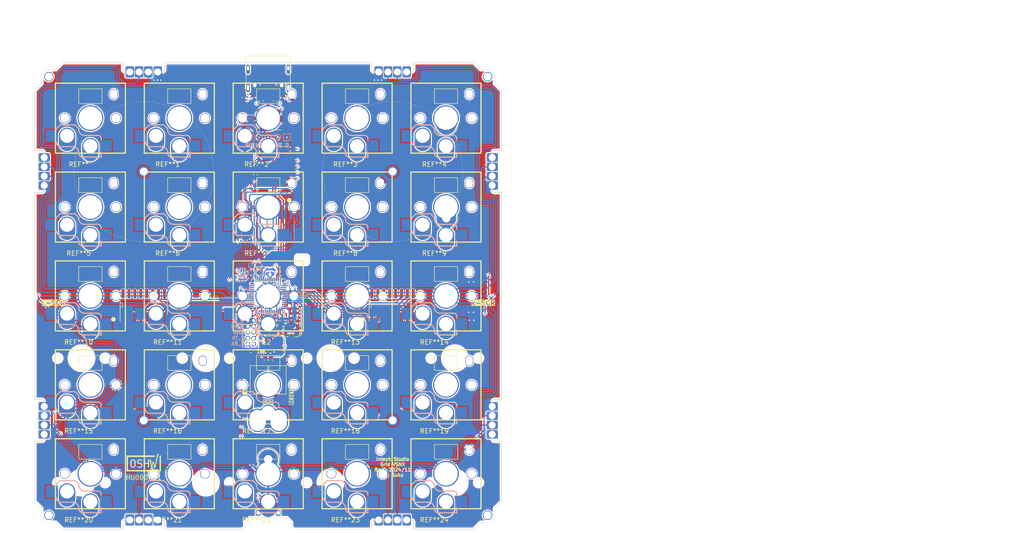
<source format=kicad_pcb>
(kicad_pcb (version 20240108) (generator "pcbnew") (generator_version "8.0")
  (layers (0 "F.Cu" signal) (1 "In1.Cu" signal) (2 "In2.Cu" signal) (31 "B.Cu" signal) (34 "B.Paste" user) (35 "F.Paste" user) (36 "B.SilkS" user "B.Silkscreen") (37 "F.SilkS" user "F.Silkscreen") (38 "B.Mask" user) (39 "F.Mask" user) (44 "Edge.Cuts" user))
  (net 0 "")
  (net 1 "GND")
  (net 2 "/MCU/MAP_MODE")
  (net 3 "Net-(J701-In)")
  (net 4 "Net-(U704-XTAL_P)")
  (net 5 "Net-(U704-XTAL_N)")
  (net 6 "/MCU/USB_DN")
  (net 7 "/MCU/USB_DP")
  (net 8 "VDD_SPI")
  (net 9 "/MCU/TMS")
  (net 10 "/MCU/TCK")
  (net 11 "/MCU/TDO")
  (net 12 "/MCU/GRID_SYNC_1")
  (net 13 "/MCU/GRID_WEST_TX")
  (net 14 "+5V")
  (net 15 "/MCU/GRID_WEST_RX")
  (net 16 "/MCU/GRID_SYNC_2")
  (net 17 "/MCU/GRID_SOUTH_TX")
  (net 18 "/MCU/GRID_NORTH_RX")
  (net 19 "/MCU/GRID_SOUTH_RX")
  (net 20 "/MCU/GRID_NORTH_TX")
  (net 21 "/MCU/GRID_EAST_RX")
  (net 22 "/MCU/GRID_EAST_TX")
  (net 23 "/MCU/LED_DATA_OUT")
  (net 24 "/MCU/TDI")
  (net 25 "/MCU/U0RXD")
  (net 26 "/MCU/U0TXD")
  (net 27 "/MCU/SPICS0")
  (net 28 "/HWCFG/HWCFG_SHIFT")
  (net 29 "/HWCFG/HWCFG_CLOCK")
  (net 30 "/HWCFG/HWCFG_DATA")
  (net 31 "/MCU/RP_UART0_TX")
  (net 32 "/MCU/RP_UART0_RX")
  (net 33 "/MCU/RP_CLK")
  (net 34 "/MCU/RP_SWCLK")
  (net 35 "/MCU/RP_SWDIO")
  (net 36 "/MCU/RP_RUN")
  (net 37 "/MCU/RP_SPI0_RX")
  (net 38 "/MCU/RP_SPI0_CS")
  (net 39 "/MCU/RP_SPI0_SCK")
  (net 40 "/MCU/RP_SPI0_TX")
  (net 41 "Net-(J702-Pin_7)")
  (net 43 "/MCU/RP_INTERRUPT")
  (net 44 "/MCU/SPIQ")
  (net 45 "/MCU/SPIWP")
  (net 46 "/MCU/SPID")
  (net 47 "/MCU/SPICLK")
  (net 48 "/MCU/SPIHD")
  (net 49 "/MCU/ESP_RESET")
  (net 50 "/MCU/ESP_BOOT0")
  (net 51 "/MCU/ESP_LNA")
  (net 52 "+1V1")
  (net 53 "+3V3")
  (net 54 "ESP_GPIO_3")
  (net 55 "ESP_GPIO_2")
  (net 56 "ESP_GPIO_1")
  (net 57 "ESP_GPIO_4")
  (net 58 "ESP_GPIO_5")
  (net 59 "ESP_GPIO_16")
  (net 60 "ESP_GPIO_48")
  (net 61 "ESP_GPIO_47")
  (net 62 "ESP_GPIO_33")
  (net 63 "ESP_GPIO_34")
  (net 64 "ESP_GPIO_35")
  (net 65 "ESP_GPIO_36")
  (net 66 "ESP_GPIO_37")
  (net 67 "ESP_GPIO_45")
  (net 68 "ESP_GPIO_46")
  (net 69 "Net-(SW701-A)")
  (net 70 "Net-(U703-GPIO12)")
  (net 71 "Net-(U703-GPIO13)")
  (net 72 "Net-(U703-GPIO14)")
  (net 73 "Net-(U703-GPIO15)")
  (net 90 "/MCU/SPICS1")
  (net 91 "Net-(U602-EN)")
  (net 93 "Net-(C749-Pad1)")
  (net 94 "Net-(C603-Pad1)")
  (net 95 "Net-(U1001-X0)")
  (net 96 "Net-(U1001-X2)")
  (net 97 "Net-(U1001-X4)")
  (net 98 "Net-(U1001-X6)")
  (net 99 "Net-(U1001-X1)")
  (net 100 "Net-(U1001-X3)")
  (net 101 "Net-(U1001-X5)")
  (net 102 "Net-(U1001-X7)")
  (net 103 "Net-(U1002-X0)")
  (net 104 "Net-(U1002-X2)")
  (net 105 "Net-(U1002-X4)")
  (net 106 "Net-(U1002-X6)")
  (net 107 "Net-(U1002-X1)")
  (net 108 "Net-(U1002-X3)")
  (net 109 "Net-(U1002-X5)")
  (net 110 "Net-(U1002-X7)")
  (net 115 "Net-(J601-CC1)")
  (net 117 "Net-(J601-CC2)")
  (net 119 "Net-(J601-SHIELD-PadS2)")
  (net 123 "RP_GPIO_11")
  (net 124 "RP_GPIO_10")
  (net 125 "Net-(JP801-B)")
  (net 126 "Net-(JP802-B)")
  (net 135 "ESP_GPIO_18")
  (footprint "suku_basics:CAP_0402" (layer "F.Cu") (at 99 142.5 -90)
    (property "Reference" "C757" (hide yes))
    (property "Value" "100n" (hide yes))
  )
  (footprint "suku_basics:J_INTERFACE_SPRINGPATTERN" (layer "F.Cu") (at 50 73.33 90)
    (property "Reference" "J504" (hide yes))
    (property "Value" "Conn_01x04")
  )
  (footprint "suku_basics:J_INTERFACE_SPRINGPATTERN" (layer "F.Cu") (at 50 126.67 90)
    (property "Reference" "J506" (hide yes))
    (property "Value" "Conn_01x04")
  )
  (footprint "suku_basics:J_INTERFACE_SPRINGPATTERN" (layer "F.Cu") (at 73.33 150 180)
    (property "Reference" "J507" (hide yes))
    (property "Value" "Conn_01x04")
  )
  (footprint "suku_basics:J_INTERFACE_SPRINGPATTERN" (layer "F.Cu") (at 73.33 50)
    (property "Reference" "J501" (hide yes))
    (property "Value" "Conn_01x04")
  )
  (footprint "suku_basics:J_INTERFACE_SPRINGPATTERN" (layer "F.Cu") (at 126.67 150 180)
    (property "Reference" "J508" (hide yes))
    (property "Value" "Conn_01x04")
  )
  (footprint "suku_basics:J_INTERFACE_SPRINGPATTERN" (layer "F.Cu") (at 126.67 50)
    (property "Reference" "J502" (hide yes))
    (property "Value" "Conn_01x04")
  )
  (footprint "suku_basics:J_INTERFACE_SPRINGPATTERN" (layer "F.Cu") (at 150 73.33 -90)
    (property "Reference" "J503" (hide yes))
    (property "Value" "Conn_01x04")
  )
  (footprint "suku_basics:RES_0402" (layer "F.Cu") (at 101 142.5 90)
    (property "Reference" "R736" (hide yes))
    (property "Value" "1k" (hide yes))
  )
  (footprint "suku_basics:J_INTERFACE_SPRINGPATTERN" (layer "F.Cu") (at 150 126.67 -90)
    (property "Reference" "J505" (hide yes))
    (property "Value" "Conn_01x04")
  )
  (footprint "suku_basics:SOIC-16_74HC4051" (layer "F.Cu") (at 126.67 102 90)
    (property "Reference" "U1002" (hide yes))
    (property "Value" "74HC4051" (hide yes))
  )
  (footprint "suku_basics:SOIC-16_74HC4051" (layer "F.Cu") (at 73.33 102 90)
    (property "Reference" "U1001" (hide yes))
    (property "Value" "74HC4051" (hide yes))
  )
  (footprint "suku_basics:CAP_0402" (layer "F.Cu") (at 97.25 77 90)
    (property "Reference" "C801" (hide yes))
    (property "Value" "100n" (hide yes))
  )
  (footprint "suku_basics:CAP_0402" (layer "F.Cu") (at 120.75 100 -90)
    (property "Reference" "C1018" (hide yes))
    (property "Value" "100n" (hide yes))
  )
  (footprint "suku_basics:SW_HYP_MAPMODE" (layer "F.Cu") (at 100 146.2 180)
    (property "Reference" "SW701" (hide yes))
    (property "Value" "C255807" (hide yes))
  )
  (footprint "suku_basics:SOIC-16_74HC165" (layer "F.Cu") (at 101.5 73 180)
    (property "Reference" "U801" (hide yes))
    (property "Value" "74HC165" (hide yes))
  )
  (footprint "suku_basics:USB_C_Korean_Hroparts_TYPE-C-31-M-12" (layer "F.Cu") (at 100 53.4 180)
    (property "Reference" "J601" (hide yes))
    (property "Value" "TYPE-C-32-M-12" (hide yes))
  )
  (footprint "suku_basics:SOT-23-6-AND-SOT-363" (layer "F.Cu") (at 95.83 62.83 180)
    (property "Reference" "U601" (hide yes))
    (property "Value" "C5451661")
  )
  (footprint "suku_basics:FERRIT_0805" (layer "F.Cu") (at 98.83 62.83 -90)
    (property "Reference" "L601" (hide yes))
    (property "Value" "GZ2012D601TF" (hide yes))
  )
  (footprint "suku_basics:CAP_0402" (layer "F.Cu") (at 102 105.25 -90)
    (property "Reference" "C753" (hide yes))
    (property "Value" "10n" (hide yes))
  )
  (footprint "suku_basics:SMD_NUT_M1.6x2.5_FEMALE" (layer "F.Cu") (at 138.17 63.33)
    (property "Reference" "H902" (hide yes))
    (property "Value" "MountingHole_Pad")
  )
  (footprint "Button_Switch_SMD:SW_SPST_CK_RS282G05A3" (layer "F.Cu") (at 98 118 90)
    (property "Reference" "SW703" (hide yes))
    (property "Value" "C2905169" (hide yes))
  )
  (footprint "suku_basics:RES_0402" (layer "F.Cu") (at 97.25 72 90)
    (property "Reference" "R801" (hide yes))
    (property "Value" "5k1")
  )
  (footprint "Crystal:Crystal_SMD_Abracon_ABM8G-4Pin_3.2x2.5mm" (layer "F.Cu") (at 101.25 110.25 180)
    (property "Reference" "Y701" (hide yes))
    (property "Value" "40MHz" (hide yes))
  )
  (footprint "suku_basics:SMD_NUT_M1.6x2.5_FEMALE" (layer "F.Cu") (at 100 135)
    (property "Reference" "H905" (hide yes))
    (property "Value" "MountingHole_Pad")
  )
  (footprint "suku_basics:RES_0402" (layer "F.Cu") (at 100.5 113.75 -90)
    (property "Reference" "R735" (hide yes))
    (property "Value" "5k1")
  )
  (footprint "suku_basics:CAP_0402" (layer "F.Cu") (at 100.35 108 180)
    (property "Reference" "C750" (hide yes))
    (property "Value" "10p" (hide yes))
  )
  (footprint "suku_basics:CAP_0402" (layer "F.Cu") (at 98.75 105.25 -90)
    (property "Reference" "C752" (hide yes))
    (property "Value" "100n" (hide yes))
  )
  (footprint "suku_basics:SMD_NUT_M1.6x2.5_FEMALE" (layer "F.Cu") (at 138.17 83.33)
    (property "Reference" "H904" (hide yes))
    (property "Value" "MountingHole_Pad")
  )
  (footprint "suku_basics:OscilloscopeGround" (layer "F.Cu") (at 100 126.67)
    (property "Reference" "J799" (hide yes))
    (property "Value" "Conn_01x02")
  )
  (footprint "suku_basics:CAP_0402" (layer "F.Cu") (at 102.83 60.58)
    (property "Reference" "C602" (hide yes))
    (property "Value" "1u" (hide yes))
  )
  (footprint "suku_basics:CAP_0402" (layer "F.Cu") (at 105.25 102.75)
    (property "Reference" "C742" (hide yes))
    (property "Value" "1p8" (hide yes))
  )
  (footprint "suku_basics:CAP_0402" (layer "F.Cu") (at 101 94.75 90)
    (property "Reference" "C751" (hide yes))
    (property "Value" "100n" (hide yes))
  )
  (footprint "suku_basics:CAP_0402" (layer "F.Cu") (at 105.25 57.5 -90)
    (property "Reference" "C603" (hide yes))
    (property "Value" "4n7" (hide yes))
  )
  (footprint "suku_basics:CAP_0402" (layer "F.Cu") (at 99.5 113.75 90)
    (property "Reference" "C758" (hide yes))
    (property "Value" "1u")
  )
  (footprint "suku_basics:CAP_0402" (layer "F.Cu") (at 105.75 104.25 90)
    (property "Reference" "C739" (hide yes))
    (property "Value" "3p9" (hide yes))
  )
  (footprint "suku_basics:CAP_0402" (layer "F.Cu") (at 100.83 60.58)
    (property "Reference" "C601" (hide yes))
    (property "Value" "1u" (hide yes))
  )
  (footprint "suku_basics:CAP_0402" (layer "F.Cu") (at 105.25 101.5)
    (property "Reference" "C749" (hide yes))
    (property "Value" "100n" (hide yes))
  )
  (footprint "suku_basics:RES_0402" (layer "F.Cu") (at 100 142.5 90)
    (property "Reference" "R701" (hide yes))
    (property "Value" "5k1")
  )
  (footprint "suku_basics:QFN-56-1EP_7x7mm_P0.4mm_EP3.2x3.2mm" (layer "F.Cu") (at 100 100 180)
    (property "Reference" "U704" (hide yes))
    (property "Value" "ESP32-S3FN8" (hide yes))
  )
  (footprint "suku_basics:RES_0402" (layer "F.Cu") (at 101.5 58.25 -90)
    (property "Reference" "R601" (hide yes))
    (property "Value" "5k1" (hide yes))
  )
  (footprint "suku_basics:RES_0402" (layer "F.Cu") (at 98.5 58.25 -90)
    (property "Reference" "R602" (hide yes))
    (property "Value" "5k1" (hide yes))
  )
  (footprint "Connector_PinHeader_1.27mm:PinHeader_2x05_P1.27mm_Vertical" (layer "F.Cu") (at 95.625 105.25)
    (property "Reference" "J702" (hide yes))
    (property "Value" "Conn_02x05_Odd_Even" (hide yes))
  )
  (footprint "suku_basics:grid_outline" (layer "F.Cu") (at 100 100)
    (property "Reference" "M501" (hide yes))
    (property "Value" "Conn_01x08")
  )
  (footprint "suku_basics:SOT-23-5" (layer "F.Cu") (at 101.83 62.83 180)
    (property "Reference" "U602" (hide yes))
    (property "Value" "LN1134A332MR-G" (hide yes))
  )
  (footprint "Button_Switch_SMD:SW_SPST_CK_RS282G05A3" (layer "F.Cu") (at 102 118 90)
    (property "Reference" "SW702" (hide yes))
    (property "Value" "C2905169" (hide yes))
  )
  (footprint "suku_basics:RES_0402" (layer "F.Cu") (at 94.75 57.5 -90)
    (property "Reference" "R603" (hide yes))
    (property "Value" "1M" (hide yes))
  )
  (footprint "suku_basics:RES_0402" (layer "F.Cu") (at 97.25 74 -90)
    (property "Reference" "R802" (hide yes))
    (property "Value" "5k1")
  )
  (footprint "Connector_Coaxial:U.FL_Molex_MCRF_73412-0110_Vertical" (layer "F.Cu") (at 105 107.25 180)
    (property "Reference" "J701" (hide yes))
    (property "Value" "C5137195" (hide yes))
  )
  (footprint "suku_basics:IND_0402" (layer "F.Cu") (at 104.75 104.25 90)
    (property "Reference" "L701" (hide yes))
    (property "Value" "1n8" (hide yes))
  )
  (footprint "suku_basics:CAP_0402" (layer "F.Cu") (at 102.1 108)
    (property "Reference" "C748" (hide yes))
    (property "Value" "10p" (hide yes))
  )
  (footprint "suku_basics:CAP_0402" (layer "F.Cu") (at 103 105.25 -90)
    (property "Reference" "C754" (hide yes))
    (property "Value" "1u" (hide yes))
  )
  (footprint "suku_basics:RES_0402" (layer "F.Cu") (at 96.25 111.75)
    (property "Reference" "R733" (hide yes))
    (property "Value" "1k" (hide yes))
  )
  (footprint "suku_basics:OSHWA" (layer "F.Cu") (at 73.33 136.67)
    (property "Reference" "LOGO701" (hide yes))
    (property "Value" "OSHWA" (hide yes))
  )
  (footprint "suku_basics:SOIC-8W_FLASH" (layer "B.Cu") (at 97 85 -90)
    (property "Reference" "U705" (hide yes))
    (property "Value" "W25Q64JVSSIQ" (hide yes))
  )
  (footprint "suku_basics:CAP_0402" (layer "B.Cu") (at 93.5 87 -90)
    (property "Reference" "C756" (hide yes))
    (property "Value" "100n" (hide yes))
  )
  (footprint "TestPoint:TestPoint_Pad_1.0x1.0mm" (layer "B.Cu") (at 104 66 180)
    (property "Reference" "TP601" (hide yes))
    (property "Value" "GND" (hide yes))
  )
  (footprint "TestPoint:TestPoint_Pad_D1.0mm" (layer "B.Cu") (at 100 66 180)
    (property "Reference" "TP602" (hide yes))
    (property "Value" "VB" (hide yes))
  )
  (footprint "TestPoint:TestPoint_Pad_D1.0mm" (layer "B.Cu") (at 98 66)
    (property "Reference" "TP603" (hide yes))
    (property "Value" "D-" (hide yes))
  )
  (footprint "TestPoint:TestPoint_Pad_D1.0mm" (layer "B.Cu") (at 96 66)
    (property "Reference" "TP604" (hide yes))
    (property "Value" "D+" (hide yes))
  )
  (footprint "suku_basics:FERRIT_0805" (layer "B.Cu") (at 103.25 107.2 180)
    (property "Reference" "L702" (hide yes))
    (property "Value" "GZ2012D601TF" (hide yes))
  )
  (footprint "suku_basics:KEY-TH_CPG135001D0X" (layer "B.Cu") (at 119.05 138.1 180)
    (property "Reference" "REF**23")
    (property "Value" "KEY-TH_CPG135001D0X")
  )
  (footprint "suku_basics:KEY-TH_CPG135001D0X" (layer "B.Cu") (at 61.9 100 180)
    (property "Reference" "REF**10")
    (property "Value" "KEY-TH_CPG135001D0X")
  )
  (footprint "suku_basics:KEY-TH_CPG135001D0X" (layer "B.Cu") (at 80.95 61.9 180)
    (property "Reference" "REF**1")
    (property "Value" "KEY-TH_CPG135001D0X")
  )
  (footprint "suku_basics:RES_0402" (layer "B.Cu") (at 93.5 83 90)
    (property "Reference" "R734" (hide yes))
    (property "Value" "5k1" (hide yes))
  )
  (footprint "suku_basics:CAP_0402" (layer "B.Cu") (at 103 105.25 -90)
    (property "Reference" "C741" (hide yes))
    (property "Value" "100n" (hide yes))
  )
  (footprint "suku_basics:CAP_0402" (layer "B.Cu") (at 100 105.25 -90)
    (property "Reference" "C745" (hide yes))
    (property "Value" "100n" (hide yes))
  )
  (footprint "suku_basics:KEY-TH_CPG135001D0X" (layer "B.Cu") (at 138.1 80.95 180)
    (property "Reference" "REF**9")
    (property "Value" "KEY-TH_CPG135001D0X")
  )
  (footprint "Package_SO:SOIC-8_3.9x4.9mm_P1.27mm" (layer "B.Cu") (at 103 85 90)
    (property "Reference" "U903" (hide yes))
    (property "Value" "ESP-PSRAM32")
  )
  (footprint "suku_basics:KEY-TH_CPG135001D0X" (layer "B.Cu") (at 80.95 119.05 180)
    (property "Reference" "REF**16")
    (property "Value" "KEY-TH_CPG135001D0X")
  )
  (footprint "suku_basics:RP2040_QFN-56-1EP_7x7mm_P0.4mm_EP3.2x3.2mm" (layer "B.Cu") (at 100 100 90)
    (property "Reference" "U703" (hide yes))
    (property "Value" "RP2040" (hide yes))
  )
  (footprint "suku_basics:KEY-TH_CPG135001D0X" (layer "B.Cu") (at 61.9 119.05 180)
    (property "Reference" "REF**15")
    (property "Value" "KEY-TH_CPG135001D0X")
  )
  (footprint "suku_basics:KEY-TH_CPG135001D0X" (layer "B.Cu") (at 119.05 119.05 180)
    (property "Reference" "REF**18")
    (property "Value" "KEY-TH_CPG135001D0X")
  )
  (footprint "suku_basics:KEY-TH_CPG135001D0X" (layer "B.Cu") (at 80.95 100 180)
    (property "Reference" "REF**11")
    (property "Value" "KEY-TH_CPG135001D0X")
  )
  (footprint "suku_basics:KEY-TH_CPG135001D0X" (layer "B.Cu") (at 138.1 61.9 180)
    (property "Reference" "REF**4")
    (property "Value" "KEY-TH_CPG135001D0X")
  )
  (footprint "suku_basics:CAP_0402" (layer "B.Cu") (at 94.75 99 180)
    (property "Reference" "C736" (hide yes))
    (property "Value" "100n" (hide yes))
  )
  (footprint "suku_basics:KEY-TH_CPG135001D0X" (layer "B.Cu") (at 100 80.95 180)
    (property "Reference" "REF**7")
    (property "Value" "KEY-TH_CPG135001D0X")
  )
  (footprint "TestPoint:TestPoint_Pad_D1.0mm" (layer "B.Cu") (at 98 95 180)
    (property "Reference" "TP703" (hide yes))
    (property "Value" "TestPoint" (hide yes))
  )
  (footprint "suku_basics:CAP_0402" (layer "B.Cu") (at 99 105.25 -90)
    (property "Reference" "C744" (hide yes))
    (property "Value" "100n" (hide yes))
  )
  (footprint "suku_basics:CAP_0402" (layer "B.Cu") (at 100 107.25 90)
    (property "Reference" "C746" (hide yes))
    (property "Value" "1u" (hide yes))
  )
  (footprint "suku_basics:KEY-TH_CPG135001D0X" (layer "B.Cu") (at 100 100 180)
    (property "Reference" "REF**12")
    (property "Value" "KEY-TH_CPG135001D0X")
  )
  (footprint "suku_basics:RES_0402" (layer "B.Cu") (at 106.25 84.25 -90)
    (property "Reference" "R904" (hide yes))
    (property "Value" "5k1")
  )
  (footprint "suku_basics:CAP_0402" (layer "B.Cu") (at 93.5 85 90)
    (property "Reference" "C755" (hide yes))
    (property "Value" "1u" (hide yes))
  )
  (footprint "TestPoint:TestPoint_Pad_D1.0mm" (layer "B.Cu") (at 102 66)
    (property "Reference" "TP605" (hide yes))
    (property "Value" "UI" (hide yes))
  )
  (footprint "suku_basics:CAP_0402" (layer "B.Cu") (at 99 107.25 90)
    (property "Reference" "C743" (hide yes))
    (property "Value" "10u" (hide yes))
  )
  (footprint "suku_basics:CAP_0402" (layer "B.Cu") (at 101 105.25 -90)
    (property "Reference" "C733" (hide yes))
    (property "Value" "1u" (hide yes))
  )
  (footprint "TestPoint:TestPoint_Pad_D1.0mm" (layer "B.Cu") (at 96.5 95 180)
    (property "Reference" "TP701" (hide yes))
    (property "Value" "TestPoint" (hide yes))
  )
  (footprint "suku_basics:KEY-TH_CPG135001D0X" (layer "B.Cu") (at 100 138.1 180)
    (property "Reference" "REF**22")
    (property "Value" "KEY-TH_CPG135001D0X")
  )
  (footprint "suku_basics:KEY-TH_CPG135001D0X" (layer "B.Cu") (at 61.9 138.1 180)
    (property "Reference" "REF**20")
    (property "Value" "KEY-TH_CPG135001D0X")
  )
  (footprint "suku_basics:KEY-TH_CPG135001D0X" (layer "B.Cu") (at 100 61.9 180)
    (property "Reference" "REF**2")
    (property "Value" "KEY-TH_CPG135001D0X")
  )
  (footprint "suku_basics:KEY-TH_CPG135001D0X" (layer "B.Cu") (at 119.05 100 180)
    (property "Reference" "REF**13")
    (property "Value" "KEY-TH_CPG135001D0X")
  )
  (footprint "suku_basics:CAP_0402" (layer "B.Cu") (at 99.75 94.75 90)
    (property "Reference" "C737" (hide yes))
    (property "Value" "100n" (hide yes))
  )
  (footprint "suku_basics:CAP_0402" (layer "B.Cu") (at 104.5 105.25 -90)
    (property "Reference" "C740" (hide yes))
    (property "Value" "100n" (hide yes))
  )
  (footprint "suku_basics:KEY-TH_CPG135001D0X" (layer "B.Cu") (at 119.05 61.9 180)
    (property "Reference" "REF**3")
    (property "Value" "KEY-TH_CPG135001D0X")
  )
  (footprint "TestPoint:TestPoint_Pad_D1.0mm" (layer "B.Cu") (at 98 93.5 180)
    (property "Reference" "TP704" (hide yes))
    (property "Value" "TestPoint" (hide yes))
  )
  (footprint "suku_basics:CAP_0402" (layer "B.Cu") (at 106.25 82.25 90)
    (property "Reference" "C921" (hide yes))
    (property "Value" "100n")
  )
  (footprint "TestPoint:TestPoint_Pad_D1.0mm" (layer "B.Cu") (at 96.5 93.5 180)
    (property "Reference" "TP702" (hide yes))
    (property "Value" "TestPoint" (hide yes))
  )
  (footprint "suku_basics:KEY-TH_CPG135001D0X" (layer "B.Cu") (at 119.05 80.95 180)
    (property "Reference" "REF**8")
    (property "Value" "KEY-TH_CPG135001D0X")
  )
  (footprint "suku_basics:KEY-TH_CPG135001D0X" (layer "B.Cu") (at 61.9 61.9 180)
    (property "Reference" "REF**")
    (property "Value" "KEY-TH_CPG135001D0X")
  )
  (footprint "suku_basics:KEY-TH_CPG135001D0X" (layer "B.Cu") (at 138.1 138.1 180)
    (property "Reference" "REF**24")
    (property "Value" "KEY-TH_CPG135001D0X")
  )
  (footprint "suku_basics:KEY-TH_CPG135001D0X" (layer "B.Cu") (at 138.1 100 180)
    (property "Reference" "REF**14")
    (property "Value" "KEY-TH_CPG135001D0X")
  )
  (footprint "suku_basics:CAP_0402" (layer "B.Cu") (at 105.25 99)
    (property "Reference" "C738" (hide yes))
    (property "Value" "100n" (hide yes))
  )
  (footprint "suku_basics:KEY-TH_CPG135001D0X" (layer "B.Cu") (at 80.95 80.95 180)
    (property "Reference" "REF**6")
    (property "Value" "KEY-TH_CPG135001D0X")
  )
  (footprint "suku_basics:KEY-TH_CPG135001D0X" (layer "B.Cu") (at 100 119.05 180)
    (property "Reference" "REF**17")
    (property "Value" "KEY-TH_CPG135001D0X")
  )
  (footprint "suku_basics:CAP_0402" (layer "B.Cu") (at 102 105.25 -90)
    (property "Reference" "C734" (hide yes))
    (property "Value" "1u" (hide yes))
  )
  (footprint "suku_basics:CAP_0402" (layer "B.Cu") (at 101 94.75 90)
    (property "Reference" "C731" (hide yes))
    (property "Value" "100n" (hide yes))
  )
  (footprint "suku_basics:KEY-TH_CPG135001D0X" (layer "B.Cu") (at 80.95 138.1 180)
    (property "Reference" "REF**21")
    (property "Value" "KEY-TH_CPG135001D0X")
  )
  (footprint "suku_basics:KEY-TH_CPG135001D0X" (layer "B.Cu") (at 61.9 80.95 180)
    (property "Reference" "REF**5")
    (property "Value" "KEY-TH_CPG135001D0X")
  )
  (footprint "suku_basics:KEY-TH_CPG135001D0X" (layer "B.Cu") (at 138.1 119.05 180)
    (property "Reference" "REF**19")
    (property "Value" "KEY-TH_CPG135001D0X")
  )
  (footprint "suku_basics:RES_0402" (layer "B.Cu") (at 102.25 94.75 -90)
    (property "Reference" "R729" (hide yes))
    (property "Value" "5k1" (hide yes))
  )
  (footprint "suku_basics:CAP_0402" (layer "B.Cu") (at 98 105.25 -90)
    (property "Reference" "C732" (hide yes))
    (property "Value" "100n" (hide yes))
  )
  (footprint "suku_basics:CAP_0402" (layer "B.Cu") (at 101 107.25 90)
    (property "Reference" "C747" (hide yes))
    (property "Value" "100n" (hide yes))
  )
  (footprint "suku_basics:CAP_0402" (layer "B.Cu") (at 94.75 102.5 180)
    (property "Reference" "C735" (hide yes))
    (property "Value" "100n" (hide yes))
  )
  (gr_circle (center 126.67 73.33) (end 141.67 73.33) (stroke (width 0.12) (type dot)) (fill none) (layer "F.SilkS"))
  (gr_circle (center 73.33 73.33) (end 88.33 73.33) (stroke (width 0.12) (type dot)) (fill none) (layer "F.SilkS"))
  (gr_line (start 108.625 92.75) (end 108.625 91.75) (stroke (width 0.05)) (layer "Edge.Cuts"))
  (gr_line (start 95 148.5) (end 95 149.5) (stroke (width 0.05)) (layer "Edge.Cuts"))
  (gr_circle (center 134.93 113.335) (end 135.78 113.335) (stroke (width 0.05)) (fill none) (layer "Edge.Cuts"))
  (gr_line (start 52 130.67) (end 52 122.67) (stroke (width 0.1)) (layer "Edge.Cuts"))
  (gr_arc (start 52 77.33) (mid 51.853553 77.683553) (end 51.5 77.83) (stroke (width 0.1)) (layer "Edge.Cuts"))
  (gr_line (start 68.83 148.5) (end 68.83 150) (stroke (width 0.1)) (layer "Edge.Cuts"))
  (gr_line (start 77.83 50) (end 122.17 50) (stroke (width 0.1)) (layer "Edge.Cuts"))
  (gr_line (start 148.5 147.5) (end 147.5 148.5) (stroke (width 0.05)) (layer "Edge.Cuts"))
  (gr_line (start 148.5 54.5) (end 150 56) (stroke (width 0.05)) (layer "Edge.Cuts"))
  (gr_arc (start 77.33 148) (mid 77.683553 148.146447) (end 77.83 148.5) (stroke (width 0.1)) (layer "Edge.Cuts"))
  (gr_arc (start 148 69.33) (mid 148.146447 68.976447) (end 148.5 68.83) (stroke (width 0.1)) (layer "Edge.Cuts"))
  (gr_line (start 52.5 148.5) (end 51.5 147.5) (stroke (width 0.05)) (layer "Edge.Cuts"))
  (gr_line (start 104 147.5) (end 105 148.5) (stroke (width 0.05)) (layer "Edge.Cuts"))
  (gr_line (start 50 77.83) (end 51.5 77.83) (stroke (width 0.1)) (layer "Edge.Cuts"))
  (gr_line (start 150 122.17) (end 148.5 122.17) (stroke (width 0.1)) (layer "Edge.Cuts"))
  (gr_line (start 144 50) (end 145.5 51.5) (stroke (width 0.05)) (layer "Edge.Cuts"))
  (gr_circle (center 81.59 113.335) (end 82.44 113.335) (stroke (width 0.05)) (fill none) (layer "Edge.Cuts"))
  (gr_line (start 150 144) (end 148.5 145.5) (stroke (width 0.05)) (layer "Edge.Cuts"))
  (gr_arc (start 148.5 131.17) (mid 148.146447 131.023553) (end 148 130.67) (stroke (width 0.1)) (layer "Edge.Cuts"))
  (gr_line (start 68.83 150) (end 56 150) (stroke (width 0.1)) (layer "Edge.Cuts"))
  (gr_circle (center 59.995 140.005) (end 62.595 140.005) (stroke (width 0.05)) (fill none) (layer "Edge.Cuts"))
  (gr_line (start 130.67 148) (end 122.67 148) (stroke (width 0.1)) (layer "Edge.Cuts"))
  (gr_line (start 95 148.5) (end 96 147.5) (stroke (width 0.05)) (layer "Edge.Cuts"))
  (gr_line (start 50 144) (end 50 131.17) (stroke (width 0.1)) (layer "Edge.Cuts"))
  (gr_arc (start 77.83 51.5) (mid 77.683553 51.853553) (end 77.33 52) (stroke (width 0.1)) (layer "Edge.Cuts"))
  (gr_line (start 150 56) (end 150 68.83) (stroke (width 0.1)) (layer "Edge.Cuts"))
  (gr_line (start 51.5 122.17) (end 50 122.17) (stroke (width 0.1)) (layer "Edge.Cuts"))
  (gr_circle (center 108.26 113.335) (end 109.11 113.335) (stroke (width 0.05)) (fill none) (layer "Edge.Cuts"))
  (gr_line (start 150 77.83) (end 150 122.17) (stroke (width 0.1)) (layer "Edge.Cuts"))
  (gr_line (start 51.5 147.5) (end 51.5 145.5) (stroke (width 0.05)) (layer "Edge.Cuts"))
  (gr_line (start 148 122.67) (end 148 130.67) (stroke (width 0.1)) (layer "Edge.Cuts"))
  (gr_line (start 148.5 52.5) (end 148.5 54.5) (stroke (width 0.05)) (layer "Edge.Cuts"))
  (gr_circle (center 113.335 140.005) (end 115.935 140.005) (stroke (width 0.05)) (fill none) (layer "Edge.Cuts"))
  (gr_line (start 51.5 52.5) (end 52.5 51.5) (stroke (width 0.05)) (layer "Edge.Cuts"))
  (gr_line (start 77.33 148) (end 69.33 148) (stroke (width 0.1)) (layer "Edge.Cuts"))
  (gr_arc (start 108.625 92.75) (mid 108.478553 93.103553) (end 108.125 93.25) (stroke (width 0.05)) (layer "Edge.Cuts"))
  (gr_circle (center 113.335 113.335) (end 115.935 113.335) (stroke (width 0.05)) (fill none) (layer "Edge.Cuts"))
  (gr_line (start 148.5 145.5) (end 148.5 147.5) (stroke (width 0.05)) (layer "Edge.Cuts"))
  (gr_arc (start 130.67 148) (mid 131.023553 148.146447) (end 131.17 148.5) (stroke (width 0.1)) (layer "Edge.Cuts"))
  (gr_line (start 68.83 50) (end 68.83 51.5) (stroke (width 0.1)) (layer "Edge.Cuts"))
  (gr_arc (start 106.375 93.25) (mid 106.021447 93.103553) (end 105.875 92.75) (stroke (width 0.05)) (layer "Edge.Cuts"))
  (gr_line (start 122.17 50) (end 122.17 51.5) (stroke (width 0.1)) (layer "Edge.Cuts"))
  (gr_circle (center 140.005 113.335) (end 142.605 113.335) (stroke (width 0.05)) (fill none) (layer "Edge.Cuts"))
  (gr_arc (start 131.17 51.5) (mid 131.023553 51.853553) (end 130.67 52) (stroke (width 0.1)) (layer "Edge.Cuts"))
  (gr_arc (start 148.5 77.83) (mid 148.146447 77.683553) (end 148 77.33) (stroke (width 0.1)) (layer "Edge.Cuts"))
  (gr_line (start 54.5 148.5) (end 52.5 148.5) (stroke (width 0.05)) (layer "Edge.Cuts"))
  (gr_line (start 131.17 50) (end 144 50) (stroke (width 0.1)) (layer "Edge.Cuts"))
  (gr_line (start 147.5 148.5) (end 145.5 148.5) (stroke (width 0.05)) (layer "Edge.Cuts"))
  (gr_line (start 51.5 145.5) (end 50 144) (stroke (width 0.05)) (layer "Edge.Cuts"))
  (gr_arc (start 122.67 52) (mid 122.316447 51.853553) (end 122.17 51.5) (stroke (width 0.1)) (layer "Edge.Cuts"))
  (gr_circle (center 86.665 113.335) (end 89.265 113.335) (stroke (width 0.05)) (fill none) (layer "Edge.Cuts"))
  (gr_line (start 104 147.5) (end 96 147.5) (stroke (width 0.05)) (layer "Edge.Cuts"))
  (gr_arc (start 52 130.67) (mid 51.853553 131.023553) (end 51.5 131.17) (stroke (width 0.1)) (layer "Edge.Cuts"))
  (gr_line (start 50 56) (end 51.5 54.5) (stroke (width 0.05)) (layer "Edge.Cuts"))
  (gr_line (start 148.5 131.17) (end 150 131.17) (stroke (width 0.1)) (layer "Edge.Cuts"))
  (gr_arc (start 122.17 148.5) (mid 122.316447 148.146447) (end 122.67 148) (stroke (width 0.1)) (layer "Edge.Cuts"))
  (gr_line (start 122.17 148.5) (end 122.17 150) (stroke (width 0.1)) (layer "Edge.Cuts"))
  (gr_line (start 105.875 91.75) (end 105.875 92.75) (stroke (width 0.05)) (layer "Edge.Cuts"))
  (gr_arc (start 51.5 68.83) (mid 51.853553 68.976447) (end 52 69.33) (stroke (width 0.1)) (layer "Edge.Cuts"))
  (gr_line (start 150 68.83) (end 148.5 68.83) (stroke (width 0.1)) (layer "Edge.Cuts"))
  (gr_line (start 95 149.5) (end 94.5 150) (stroke (width 0.05)) (layer "Edge.Cuts"))
  (gr_line (start 145.5 51.5) (end 147.5 51.5) (stroke (width 0.05)) (layer "Edge.Cuts"))
  (gr_line (start 145.5 148.5) (end 144 150) (stroke (width 0.05)) (layer "Edge.Cuts"))
  (gr_arc (start 51.5 122.17) (mid 51.853553 122.316447) (end 52 122.67) (stroke (width 0.1)) (layer "Edge.Cuts"))
  (gr_line (start 122.67 52) (end 130.67 52) (stroke (width 0.1)) (layer "Edge.Cuts"))
  (gr_line (start 69.33 52) (end 77.33 52) (stroke (width 0.1)) (layer "Edge.Cuts"))
  (gr_line (start 105 149.5) (end 105.5 150) (stroke (width 0.05)) (layer "Edge.Cuts"))
  (gr_circle (center 108.26 140.005) (end 109.11 140.005) (stroke (width 0.05)) (fill none) (layer "Edge.Cuts"))
  (gr_line (start 54.5 51.5) (end 56 50) (stroke (width 0.05)) (layer "Edge.Cuts"))
  (gr_line (start 52.5 51.5) (end 54.5 51.5) (stroke (width 0.05)) (layer "Edge.Cuts"))
  (gr_circle (center 54.92 113.335) (end 55.77 113.335) (stroke (width 0.05)) (fill none) (layer "Edge.Cuts"))
  (gr_circle (center 59.995 113.335) (end 62.595 113.335) (stroke (width 0.05)) (fill none) (layer "Edge.Cuts"))
  (gr_line (start 56 50) (end 68.83 50) (stroke (width 0.1)) (layer "Edge.Cuts"))
  (gr_arc (start 105.875 91.75) (mid 106.021447 91.396447) (end 106.375 91.25) (stroke (width 0.05)) (layer "Edge.Cuts"))
  (gr_line (start 150 131.17) (end 150 144) (stroke (width 0.1)) (layer "Edge.Cuts"))
  (gr_line (start 108.125 91.25) (end 106.375 91.25) (stroke (width 0.05)) (layer "Edge.Cuts"))
  (gr_circle (center 86.665 140.005) (end 89.265 140.005) (stroke (width 0.05)) (fill none) (layer "Edge.Cuts"))
  (gr_circle (center 118.41 140.005) (end 119.26 140.005) (stroke (width 0.05)) (fill none) (layer "Edge.Cuts"))
  (gr_line (start 50 131.17) (end 51.5 131.17) (stroke (width 0.1)) (layer "Edge.Cuts"))
  (gr_circle (center 140.005 140.005) (end 142.605 140.005) (stroke (width 0.05)) (fill none) (layer "Edge.Cuts"))
  (gr_line (start 105 149.5) (end 105 148.5) (stroke (width 0.05)) (layer "Edge.Cuts"))
  (gr_circle (center 81.59 140.005) (end 82.44 140.005) (stroke (width 0.05)) (fill none) (layer "Edge.Cuts"))
  (gr_line (start 148.5 77.83) (end 150 77.83) (stroke (width 0.1)) (layer "Edge.Cuts"))
  (gr_line (start 56 150) (end 54.5 148.5) (stroke (width 0.05)) (layer "Edge.Cuts"))
  (gr_circle (center 145.08 140.005) (end 145.93 140.005) (stroke (width 0.05)) (fill none) (layer "Edge.Cuts"))
  (gr_line (start 144 150) (end 131.17 150) (stroke (width 0.1)) (layer "Edge.Cuts"))
  (gr_circle (center 145.08 113.335) (end 145.93 113.335) (stroke (width 0.05)) (fill none) (layer "Edge.Cuts"))
  (gr_line (start 50 122.17) (end 50 77.83) (stroke (width 0.1)) (layer "Edge.Cuts"))
  (gr_circle (center 118.41 113.335) (end 119.26 113.335) (stroke (width 0.05)) (fill none) (layer "Edge.Cuts"))
  (gr_line (start 147.5 51.5) (end 148.5 52.5) (stroke (width 0.05)) (layer "Edge.Cuts"))
  (gr_circle (center 65.07 113.335) (end 65.92 113.335) (stroke (width 0.05)) (fill none) (layer "Edge.Cuts"))
  (gr_circle (center 134.93 140.005) (end 135.78 140.005) (stroke (width 0.05)) (fill none) (layer "Edge.Cuts"))
  (gr_arc (start 68.83 148.5) (mid 68.976447 148.146447) (end 69.33 148) (stroke (width 0.1)) (layer "Edge.Cuts"))
  (gr_line (start 52 77.33) (end 52 69.33) (stroke (width 0.1)) (layer "Edge.Cuts"))
  (gr_arc (start 108.125 91.25) (mid 108.478553 91.396447) (end 108.625 91.75) (stroke (width 0.05)) (layer "Edge.Cuts"))
  (gr_line (start 122.17 150) (end 105.5 150) (stroke (width 0.05)) (layer "Edge.Cuts"))
  (gr_line (start 50 68.83) (end 50 56) (stroke (width 0.1)) (layer "Edge.Cuts"))
  (gr_line (start 131.17 150) (end 131.17 148.5) (stroke (width 0.1)) (layer "Edge.Cuts"))
  (gr_line (start 51.5 54.5) (end 51.5 52.5) (stroke (width 0.05)) (layer "Edge.Cuts"))
  (gr_line (start 77.83 51.5) (end 77.83 50) (stroke (width 0.1)) (layer "Edge.Cuts"))
  (gr_line (start 148 69.33) (end 148 77.33) (stroke (width 0.1)) (layer "Edge.Cuts"))
  (gr_line (start 131.17 51.5) (end 131.17 50) (stroke (width 0.1)) (layer "Edge.Cuts"))
  (gr_line (start 77.83 150) (end 77.83 148.5) (stroke (width 0.1)) (layer "Edge.Cuts"))
  (gr_arc (start 69.33 52) (mid 68.976447 51.853553) (end 68.83 51.5) (stroke (width 0.1)) (layer "Edge.Cuts"))
  (gr_circle (center 65.07 140.005) (end 65.92 140.005) (stroke (width 0.05)) (fill none) (layer "Edge.Cuts"))
  (gr_circle (center 91.74 113.335) (end 92.59 113.335) (stroke (width 0.05)) (fill none) (layer "Edge.Cuts"))
  (gr_circle (center 54.92 140.005) (end 55.77 140.005) (stroke (width 0.05)) (fill none) (layer "Edge.Cuts"))
  (gr_line (start 94.5 150) (end 77.83 150) (stroke (width 0.1)) (layer "Edge.Cuts"))
  (gr_circle (center 91.74 140.005) (end 92.59 140.005) (stroke (width 0.05)) (fill none) (layer "Edge.Cuts"))
  (gr_arc (start 148 122.67) (mid 148.146447 122.316447) (end 148.5 122.17) (stroke (width 0.1)) (layer "Edge.Cuts"))
  (gr_line (start 51.5 68.83) (end 50 68.83) (stroke (width 0.1)) (layer "Edge.Cuts"))
  (gr_line (start 108.125 93.25) (end 106.375 93.25) (stroke (width 0.05)) (layer "Edge.Cuts"))
  (gr_text "G 3V 5V DN DP" (at 99.75 67.75 0) (layer "B.SilkS") (effects (font (size 0.8 0.8) (thickness 0.2)) (justify mirror)))
  (gr_text "R_TX\nR_RX\nGND\nE_TX\nE_RX" (at 94.8692 110.668 0) (layer "B.SilkS") (effects (font (size 0.75 0.75)) (justify left bottom mirror)))
  (gr_text "Intech Studio\nGrid VSNX\nRevC 2024/11\nEE: Suku" (at 126.67 136.67 0) (layer "F.SilkS") (effects (font (size 0.7 0.7) (thickness 0.175))))
  (gr_text "GND" (at 100 122.75 0) (layer "F.SilkS" knockout) (effects (font (size 0.7 0.7) (thickness 0.175))))
  (gr_text "L-SCR" (at 54 101.5 0) (layer "F.SilkS" knockout) (effects (font (size 1 1))))
  (gr_text "RESET" (at 105 121.75 90) (layer "F.SilkS" knockout) (effects (font (size 0.7 0.7) (thickness 0.175))))
  (gr_text "R-SCR" (at 146 101.5 0) (layer "F.SilkS" knockout) (effects (font (size 1 1))))
  (gr_text "BOOT 0" (at 95 121.75 90) (layer "F.SilkS" knockout) (effects (font (size 0.7 0.7) (thickness 0.175))))
  (segment (start 99.025 69.825) (end 97.425 69.825) (width 0.254) (layer "F.Cu") (net 1))
  (segment (start 103.25 56.095) (end 103.25 57) (width 0.381) (layer "F.Cu") (net 1))
  (segment (start 98.095 71.095) (end 97.75 70.75) (width 0.254) (layer "F.Cu") (net 1))
  (segment (start 106.135 72.365) (end 106.25 72.25) (width 0.254) (layer "F.Cu") (net 1))
  (segment (start 77.775 104.475) (end 77.775 106.35) (width 0.254) (layer "F.Cu") (net 1))
  (segment (start 100 100) (end 101.25 101.25) (width 0.254) (layer "F.Cu") (net 1))
  (segment (start 101.31 60.58) (end 101.31 60.35) (width 0.254) (layer "F.Cu") (net 1))
  (segment (start 103.25 57) (end 103.75 57.5) (width 0.381) (layer "F.Cu") (net 1))
  (segment (start 99.025 71.095) (end 98.095 71.095) (width 0.254) (layer "F.Cu") (net 1))
  (segment (start 103.975 73.635) (end 106.115 73.635) (width 0.254) (layer "F.Cu") (net 1))
  (segment (start 100.73 62.83) (end 101.33 62.83) (width 0.6) (layer "F.Cu") (net 1))
  (segment (start 120.75 100.75) (end 119.5 102) (width 0.254) (layer "F.Cu") (net 1))
  (segment (start 97.425 69.825) (end 97.25 70) (width 0.254) (layer "F.Cu") (net 1))
  (segment (start 96.095 56.75) (end 95.75 56.75) (width 0.381) (layer "F.Cu") (net 1))
  (segment (start 102.58 108) (end 103.25 108) (width 0.254) (layer "F.Cu") (net 1))
  (segment (start 102 105.73) (end 103 105.73) (width 0.254) (layer "F.Cu") (net 1))
  (segment (start 101.33 62.83) (end 101.83 62.33) (width 0.6) (layer "F.Cu") (net 1))
  (segment (start 99.025 76.175) (end 98.175 76.175) (width 0.254) (layer "F.Cu") (net 1))
  (segment (start 100.83 59.83) (end 101.31 60.31) (width 0.254) (layer "F.Cu") (net 1))
  (segment (start 101.31 60.35) (end 101.83 59.83) (width 0.254) (layer "F.Cu") (net 1))
  (segment (start 75.235 104.475) (end 75.235 106.35) (width 0.254) (layer "F.Cu") (net 1))
  (segment (start 94.75 58.01) (end 95.49 58.01) (width 0.254) (layer "F.Cu") (net 1))
  (segment (start 99 109.75) (end 99.35 109.4) (width 0.254) (layer "F.Cu") (net 1))
  (segment (start 97.25 71.49) (end 97.25 70.75) (width 0.254) (layer "F.Cu") (net 1))
  (segment (start 99.37 108.5) (end 99.87 108) (width 0.254) (layer "F.Cu") (net 1))
  (segment (start 97.25 76.52) (end 97.25 75.5) (width 0.254) (layer "F.Cu") (net 1))
  (segment (start 96.75 56.095) (end 96.75 57) (width 0.381) (layer "F.Cu") (net 1))
  (segment (start 103.75 105.25) (end 103.75 106) (width 0.254) (layer "F.Cu") (net 1))
  (segment (start 103.975 68.555) (end 106.195 68.555) (width 0.254) (layer "F.Cu") (net 1))
  (segment (start 98.5 58.76) (end 97.51 58.76) (width 0.254) (layer "F.Cu") (net 1))
  (segment (start 102 121.9) (end 102 120.75) (width 0.254) (layer "F.Cu") (net 1))
  (segment (start 94.73 62.83) (end 93.58 62.83) (width 0.254) (layer "F.Cu") (net 1))
  (segment (start 101.31 60.31) (end 101.31 60.58) (width 0.254) (layer "F.Cu") (net 1))
  (segment (start 101.181256 94.27) (end 101 94.27) (width 0.254) (layer "F.Cu") (net 1))
  (segment (start 76.505 104.475) (end 76.505 106.35) (width 0.254) (layer "F.Cu") (net 1))
  (segment (start 106.75 102.75) (end 105.73 102.75) (width 0.254) (layer "F.Cu") (net 1))
  (segment (start 98.3 145.1) (end 98.3 143.55) (width 0.254) (layer "F.Cu") (net 1))
  (segment (start 98.75 112.77) (end 98.75 112) (width 0.254) (layer "F.Cu") (net 1))
  (segment (start 91.75 96.5) (end 91.75 95.81) (width 0.254) (layer "F.Cu") (net 1))
  (segment (start 96.75 56.095) (end 96.095 56.75) (width 0.381) (layer "F.Cu") (net 1))
  (segment (start 106.5 102) (end 106 101.5) (width 0.254) (layer "F.Cu") (net 1))
  (segment (start 102.35 60.35) (end 101.83 59.83) (width 0.254) (layer "F.Cu") (net 1))
  (segment (start 101.5 58.76) (end 102.49 58.76) (width 0.254) (layer "F.Cu") (net 1))
  (segment (start 103.975 72.365) (end 106.135 72.365) (width 0.254) (layer "F.Cu") (net 1))
  (segment (start 97.5 75.5) (end 97.25 75.5) (width 0.254) (layer "F.Cu") (net 1))
  (segment (start 103.25 106.5) (end 103.25 105.98) (width 0.254) (layer "F.Cu") (net 1))
  (segment (start 120.75 100.48) (end 120.75 100.75) (width 0.254) (layer "F.Cu") (net 1))
  (segment (start 98 121.9) (end 98 120.75) (width 0.254) (layer "F.Cu") (net 1))
  (segment (start 95.49 58.01) (end 95.5 58) (width 0.254) (layer "F.Cu") (net 1))
  (segment (start 97.51 58.76) (end 97.5 58.75) (width 0.254) (layer "F.Cu") (net 1))
  (segment (start 102.35 60.31) (end 102.83 59.83) (width 0.254) (layer "F.Cu") (net 1))
  (segment (start 98.175 76.175) (end 97.5 75.5) (width 0.254) (layer "F.Cu") (net 1))
  (segment (start 106.115 73.635) (end 106.25 73.5) (width 0.254) (layer "F.Cu") (net 1))
  (segment (start 91.75 95.81) (end 92.23 95.33) (width 0.254) (layer "F.Cu") (net 1))
  (segment (start 105.25 57.98) (end 104.52 57.98) (width 0.254) (layer "F.Cu") (net 1))
  (segment (start 103.25 56.095) (end 103.905 56.75) (width 0.381) (layer "F.Cu") (net 1))
  (segment (start 104.52 57.98) (end 104.5 58) (width 0.254) (layer "F.Cu") (net 1))
  (segment (start 100 100) (end 98.75 98.75) (width 0.254) (layer "F.Cu") (net 1))
  (segment (start 99.5 113.27) (end 99.25 113.27) (width 0.254) (layer "F.Cu") (net 1))
  (segment (start 98.3293 106.1507) (end 98.75 105.73) (width 0.254) (layer "F.Cu") (net 1))
  (segment (start 99.35 109.4) (end 100.15 109.4) (width 0.254) (layer "F.Cu") (net 1))
  (segment (start 103.905 56.75) (end 104.25 56.75) (width 0.381) (layer "F.Cu") (net 1))
  (segment (start 106.73 103.52) (end 105.75 103.52) (width 0.254) (layer "F.Cu") (net 1))
  (segment (start 103.15 111.1) (end 102.35 111.1) (width 0.254) (layer "F.Cu") (net 1))
  (segment (start 102.49 58.76) (end 102.5 58.75) (width 0.254) (layer "F.Cu") (net 1))
  (segment (start 103.5 110.75) (end 103.15 111.1) (width 0.254) (layer "F.Cu") (net 1))
  (segment (start 101.33 62.83) (end 101.83 63.33) (width 0.6) (layer "F.Cu") (net 1))
  (segment (start 99.25 113.27) (end 98.75 112.77) (width 0.254) (layer "F.Cu") (net 1))
  (segment (start 97.25 75.5) (end 97.25 74.51) (width 0.254) (layer "F.Cu") (net 1))
  (segment (start 102.35 60.58) (end 102.35 60.35) (width 0.254) (layer "F.Cu") (net 1))
  (segment (start 100 100) (end 101.25 98.75) (width 0.254) (layer "F.Cu") (net 1))
  (segment (start 96.75 57) (end 96.25 57.5) (width 0.381) (layer "F.Cu") (net 1))
  (segment (start 103.25 105.98) (end 103 105.73) (width 0.254) (layer "F.Cu") (net 1))
  (segment (start 106.195 68.555) (end 106.25 68.5) (width 0.254) (layer "F.Cu") (net 1))
  (segment (start 98.3293 106.481954) (end 98.3293 106.1507) (width 0.254) (layer "F.Cu") (net 1))
  (segment (start 97.75 70.75) (end 97.25 70.75) (width 0.254) (layer "F.Cu") (net 1))
  (segment (start 99.260542 108.5) (end 99.37 108.5) (width 0.254) (layer "F.Cu") (net 1))
  (segment (start 102.35 60.58) (end 102.35 60.31) (width 0.254) (layer "F.Cu") (net 1))
  (segment (start 101.65 94.738744) (end 101.181256 94.27) (width 0.254) (layer "F.Cu") (net 1))
  (segment (start 98.3 143.55) (end 98 143.25) (width 0.254) (layer "F.Cu") (net 1))
  (segment (start 106 101.5) (end 105.73 101.5) (width 0.254) (layer "F.Cu") (net 1))
  (segment (start 106.75 103.5) (end 106.73 103.52) (width 0.254) (layer "F.Cu") (net 1))
  (via (at 106.75 106.5) (size 0.5) (drill 0.3) (layers "F.Cu" "B.Cu") (net 1))
  (via (at 93.5 102.5) (size 0.5) (drill 0.3) (layers "F.Cu" "B.Cu") (net 1))
  (via (at 106.75 103.5) (size 0.5) (drill 0.3) (layers "F.Cu" "B.Cu") (net 1))
  (via (at 98 120.75) (size 0.5) (drill 0.3) (layers "F.Cu" "B.Cu") (net 1))
  (via (at 100.5 106.25) (size 0.5) (drill 0.3) (layers "F.Cu" "B.Cu") (net 1))
  (via (at 102.5 58.75) (size 0.5) (drill 0.3) (layers "F.Cu" "B.Cu") (net 1))
  (via (at 106.25 68.5) (size 0.5) (drill 0.3) (layers "F.Cu" "B.Cu") (net 1))
  (via (at 91.75 96.5) (size 0.5) (drill 0.3) (layers "F.Cu" "B.Cu") (net 1))
  (via (at 98.75 112) (size 0.5) (drill 0.3) (layers "F.Cu" "B.Cu") (net 1))
  (via (at 105.75 98.25) (size 0.5) (drill 0.3) (layers "F.Cu" "B.Cu") (net 1))
  (via (at 97.25 75.5) (size 0.5) (drill 0.3) (layers "F.Cu" "B.Cu") (net 1))
  (via (at 97.25 70) (size 0.5) (drill 0.3) (layers "F.Cu" "B.Cu") (net 1))
  (via (at 106.25 81) (size 0.5) (drill 0.3) (layers "F.Cu" "B.Cu") (net 1))
  (via (at 104.5 58) (size 0.5) (drill 0.3) (layers "F.Cu" "B.Cu") (net 1))
  (via (at 106.25 73.5) (size 0.5) (drill 0.3) (layers "F.Cu" "B.Cu") (net 1))
  (via (at 103.25 108) (size 0.5) (drill 0.3) (layers "F.Cu" "B.Cu") (net 1))
  (via (at 104 66) (size 0.5) (drill 0.3) (layers "F.Cu" "B.Cu") (net 1))
  (via (at 106.75 107.25) (size 0.5) (drill 0.3) (layers "F.Cu" "B.Cu") (net 1))
  (via (at 100.83 59.83) (size 0.5) (drill 0.3) (layers "F.Cu" "B.Cu") (net 1))
  (via (at 98.75 101.25) (size 0.5) (drill 0.3) (layers "F.Cu" "B.Cu") (net 1))
  (via (at 99 109.75) (size 0.5) (drill 0.3) (layers "F.Cu" "B.Cu") (net 1))
  (via (at 97.25 70.75) (size 0.5) (drill 0.3) (layers "F.Cu" "B.Cu") (net 1))
  (via (at 96.25 57.5) (size 0.5) (drill 0.3) (layers "F.Cu" "B.Cu") (net 1))
  (via (at 102.83 59.83) (size 0.5) (drill 0.3) (layers "F.Cu" "B.Cu") (net 1))
  (via (at 99.260542 108.5) (size 0.5) (drill 0.3) (layers "F.Cu" "B.Cu") (net 1))
  (via (at 106.75 105) (size 0.5) (drill 0.3) (layers "F.Cu" "B.Cu") (net 1))
  (via (at 92.75 84.5) (size 0.5) (drill 0.3) (layers "F.Cu" "B.Cu") (net 1))
  (via (at 101.25 101.25) (size 0.5) (drill 0.3) (layers "F.Cu" "B.Cu") (net 1))
  (via (at 103.75 57.5) (size 0.5) (drill 0.3) (layers "F.Cu" "B.Cu") (net 1))
  (via (at 106.75 102.75) (size 0.5) (drill 0.3) (layers "F.Cu" "B.Cu") (net 1))
  (via (at 105 108) (size 0.5) (drill 0.3) (layers "F.Cu" "B.Cu") (net 1))
  (via (at 103.75 105.25) (size 0.5) (drill 0.3) (layers "F.Cu" "B.Cu") (net 1))
  (via (at 93.58 62.83) (size 0.5) (drill 0.3) (layers "F.Cu" "B.Cu") (net 1))
  (via (at 106.75 108) (size 0.5) (drill 0.3) (layers "F.Cu" "B.Cu") (net 1))
  (via (at 94.181164 98.318836) (size 0.5) (drill 0.3) (layers "F.Cu" "B.Cu") (net 1))
  (via (at 101.25 86) (size 0.5) (drill 0.3) (layers "F.Cu" "B.Cu") (net 1))
  (via (at 93.5 88.25) (size 0.5) (drill 0.3) (layers "F.Cu" "B.Cu") (net 1))
  (via (at 103.25 106.5) (size 0.5) (drill 0.3) (layers "F.Cu" "B.Cu") (net 1))
  (via (at 101.83 59.83) (size 0.5) (drill 0.3) (layers "F.Cu" "B.Cu") (net 1))
  (via (at 106.5 102) (size 0.5) (drill 0.3) (layers "F.Cu" "B.Cu") (net 1))
  (via (at 119.5 102) (size 0.5) (drill 0.3) (layers "F.Cu" "B.Cu") (net 1))
  (via (at 103.75 104.5) (size 0.5) (drill 0.3) (layers "F.Cu" "B.Cu") (net 1))
  (via (at 106.75 105.75) (size 0.5) (drill 0.3) (layers "F.Cu" "B.Cu") (net 1))
  (via (at 98.3293 106.481954) (size 0.5) (drill 0.3) (layers "F.Cu" "B.Cu") (net 1))
  (via (at 101.83 62.33) (size 0.5) (drill 0.3) (layers "F.Cu" "B.Cu") (net 1))
  (via (at 106.75 104.25) (size 0.5) (drill 0.3) (layers "F.Cu" "B.Cu") (net 1))
  (via (at 103.5 110.75) (size 0.5) (drill 0.3) (layers "F.Cu" "B.Cu") (net 1))
  (via (at 98.75 98.75) (size 0.5) (drill 0.3) (layers "F.Cu" "B.Cu") (net 1))
  (via (at 99 82.75) (size 0.5) (drill 0.3) (layers "F.Cu" "B.Cu") (net 1))
  (via (at 98 143.25) (size 0.5) (drill 0.3) (layers "F.Cu" "B.Cu") (net 1))
  (via (at 95.75 56.75) (size 0.5) (drill 0.3) (layers "F.Cu" "B.Cu") (net 1))
  (via (at 95.5 58) (size 0.5) (drill 0.3) (layers "F.Cu" "B.Cu") (net 1))
  (via (at 106.25 72.25) (size 0.5) (drill 0.3) (layers "F.Cu" "B.Cu") (net 1))
  (via (at 97.5 58.75) (size 0.5) (drill 0.3) (layers "F.Cu" "B.Cu") (net 1))
  (via (at 101.83 63.33) (size 0.5) (drill 0.3) (layers "F.Cu" "B.Cu") (net 1))
  (via (at 102 120.75) (size 0.5) (drill 0.3) (layers "F.Cu" "B.Cu") (net 1))
  (via (at 98.923 97.5) (size 0.5) (drill 0.3) (layers "F.Cu" "B.Cu") (net 1))
  (via (at 103.25 107.25) (size 0.5) (drill 0.3) (layers "F.Cu" "B.Cu") (net 1))
  (via (at 104.25 56.75) (size 0.5) (drill 0.3) (layers "F.Cu" "B.Cu") (net 1))
  (via (at 101.25 98.75) (size 0.5) (drill 0.3) (layers "F.Cu" "B.Cu") (net 1))
  (via (at 103.75 106) (size 0.5) (drill 0.3) (layers "F.Cu" "B.Cu") (net 1))
  (via (at 101.65 94.738744) (size 0.5) (drill 0.3) (layers "F.Cu" "B.Cu") (net 1))
  (segment (start 99 106.77) (end 100 106.77) (width 0.254) (layer "B.Cu") (net 1))
  (segment (start 92.77 84.52) (end 92.75 84.5) (width 0.254) (layer "B.Cu") (net 1))
  (segment (start 102 105.73) (end 103 105.73) (width 0.254) (layer "B.Cu") (net 1))
  (segment (start 99.163044 94.856956) (end 99.75 94.27) (width 0.254) (layer "B.Cu") (net 1))
  (segment (start 99 105.73) (end 100 105.73) (width 0.254) (layer "B.Cu") (net 1))
  (segment (start 100 105.73) (end 100 106.25) (width 0.254) (layer "B.Cu") (net 1))
  (segment (start 98.617346 106.77) (end 99 106.77) (width 0.254) (layer "B.Cu") (net 1))
  (segment (start 103 105.73) (end 103 106.25) (width 0.254) (layer "B.Cu") (net 1))
  (segment (start 99 82.75) (end 98.905 82.655) (width 0.254) (layer "B.Cu") (net 1))
  (segment (start 99 95.890952) (end 99.163044 95.727908) (width 0.254) (layer "B.Cu") (net 1))
  (segment (start 98.3293 106.481954) (end 98.617346 106.77) (width 0.254) (layer "B.Cu") (net 1))
  (segment (start 93.5 88.25) (end 93.5 87.48) (width 0.254) (layer "B.Cu") (net 1))
  (segment (start 105.73 98.27) (end 105.73 99) (width 0.254) (layer "B.Cu") (net 1))
  (segment (start 94.181164 98.911164) (end 94.27 99) (width 0.254) (layer "B.Cu") (net 1))
  (segment (start 101 106.25) (end 101 106.72) (width 0.254) (layer "B.Cu") (net 1))
  (segment (start 103.25 106.5) (end 103.25 107.25) (width 0.254) (layer "B.Cu") (net 1))
  (segment (start 99 96.5625) (end 99 97.423) (width 0.254) (layer "B.Cu") (net 1))
  (segment (start 99 105.73) (end 99 106.77) (width 0.254) (layer "B.Cu") (net 1))
  (segment (start 100 106.25) (end 100.5 106.25) (width 0.254) (layer "B.Cu") (net 1))
  (segment (start 100 106.25) (end 100 106.72) (width 0.254) (layer "B.Cu") (net 1))
  (segment (start 104.5 105.73) (end 104.02 105.73) (width 0.254) (layer "B.Cu") (net 1))
  (segment (start 99.75 94.27) (end 101 94.27) (width 0.254) (layer "B.Cu") (net 1))
  (segment (start 101.095 86.155) (end 101.25 86) (width 0.254) (layer "B.Cu") (net 1))
  (segment (start 101 105.73) (end 101 106.25) (width 0.254) (layer "B.Cu") (net 1))
  (segment (start 98.905 82.655) (end 98.905 81.4) (width 0.254) (layer "B.Cu") (net 1))
  (segment (start 93.5 84.52) (end 92.77 84.52) (width 0.254) (layer "B.Cu") (net 1))
  (segment (start 98 106.152654) (end 98.3293 106.481954) (width 0.254) (layer "B.Cu") (net 1))
  (segment (start 99 96.5625) (end 99 95.890952) (width 0.254) (layer "B.Cu") (net 1))
  (segment (start 105.75 98.25) (end 105.73 98.27) (width 0.254) (layer "B.Cu") (net 1))
  (segment (start 93.5 102.5) (end 94.27 102.5) (width 0.254) (layer "B.Cu") (net 1))
  (segment (start 101 105.73) (end 102 105.73) (width 0.254) (layer "B.Cu") (net 1))
  (segment (start 101.65 94.738744) (end 101.181256 94.27) (width 0.254) (layer "B.Cu") (net 1))
  (segment (start 99 105.73) (end 98 105.73) (width 0.254) (layer "B.Cu") (net 1))
  (segment (start 103.25 107.25) (end 103.25 108) (width 0.254) (layer "B.Cu") (net 1))
  (segment (start 101.095 87.475) (end 101.095 86.155) (width 0.254) (layer "B.Cu") (net 1))
  (segment (start 100.5 106.25) (end 101 106.25) (width 0.254) (layer "B.Cu") (net 1))
  (segment (start 103 105.73) (end 103.48 105.73) (width 0.254) (layer "B.Cu") (net 1))
  (segment (start 98 105.73) (end 98 106.152654) (width 0.254) (layer "B.Cu") (net 1))
  (segment (start 103.48 105.73) (end 103.75 106) (width 0.254) (layer "B.Cu") (net 1))
  (segment (start 106.25 81.77) (end 106.25 81) (width 0.254) (layer "B.Cu") (net 1))
  (segment (start 99 97.423) (end 98.923 97.5) (width 0.254) (layer "B.Cu") (net 1))
  (segment (start 104.02 105.73) (end 103.75 106) (width 0.254) (layer "B.Cu") (net 1))
  (segment (start 94.181164 98.318836) (end 94.181164 98.911164) (width 0.254) (layer "B.Cu") (net 1))
  (segment (start 103 106.25) (end 103.25 106.5) (width 0.254) (layer "B.Cu") (net 1))
  (segment (start 100 100) (end 98.75 98.75) (width 0.254) (layer "B.Cu") (net 1))
  (segment (start 99.163044 95.727908) (end 99.163044 94.856956) (width 0.254) (layer "B.Cu") (net 1))
  (segment (start 97 104.25) (end 97.4 103.85) (width 0.254) (layer "F.Cu") (net 2))
  (segment (start 94.75 104.25) (end 97 104.25) (width 0.254) (layer "F.Cu") (net 2))
  (segment (start 99 142.02) (end 100 142.02) (width 0.254) (layer "F.Cu") (net 2))
  (segment (start 94.25 134) (end 94.25 130) (width 0.254) (layer "F.Cu") (net 2))
  (segment (start 94.285 111.811) (end 94.25 111.776) (width 0.254) (layer "F.Cu") (net 2))
  (segment (start 94.25 111.776) (end 94.25 104.75) (width 0.254) (layer "F.Cu") (net 2))
  (segment (start 100 142.02) (end 100.97 142.02) (width 0.254) (layer "F.Cu") (net 2))
  (segment (start 97.4 103.85) (end 97.4 103.4375) (width 0.254) (layer "F.Cu") (net 2))
  (segment (start 100 140.767) (end 100 142.02) (width 0.254) (layer "F.Cu") (net 2))
  (segment (start 100 141.99) (end 100 140.767) (width 0.254) (layer "F.Cu") (net 2))
  (segment (start 94.285 128.067) (end 94.285 111.811) (width 0.254) (layer "F.Cu") (net 2))
  (segment (start 100 140.767) (end 100 139.75) (width 0.254) (layer "F.Cu") (net 2))
  (segment (start 100 139.75) (end 94.25 134) (width 0.254) (layer "F.Cu") (net 2))
  (segment (start 94.25 104.75) (end 94.75 104.25) (width 0.254) (layer "F.Cu") (net 2))
  (segment (start 100.97 142.02) (end 101 141.99) (width 0.254) (layer "F.Cu") (net 2))
  (via (at 94.25 130) (size 0.5) (drill 0.3) (layers "F.Cu" "B.Cu") (net 2))
  (via (at 94.285 128.067) (size 0.5) (drill 0.3) (layers "F.Cu" "B.Cu") (net 2))
  (segment (start 94.25 130) (end 94.25 128.102) (width 0.254) (layer "B.Cu") (net 2))
  (segment (start 94.25 128.102) (end 94.285 128.067) (width 0.254) (layer "B.Cu") (net 2))
  (segment (start 104.75 104.735) (end 105.745 104.735) (width 0.254) (layer "F.Cu") (net 3))
  (segment (start 104.75 104.735) (end 104.75 105.5) (width 0.254) (layer "F.Cu") (net 3))
  (segment (start 104.75 105.5) (end 105 105.75) (width 0.254) (layer "F.Cu") (net 3))
  (segment (start 105.745 104.735) (end 105.75 104.73) (width 0.254) (layer "F.Cu") (net 3))
  (segment (start 101.62 108.37) (end 102.35 109.1) (width 0.254) (layer "F.Cu") (net 4))
  (segment (start 101.62 108) (end 101.62 108.37) (width 0.254) (layer "F.Cu") (net 4))
  (segment (start 101.8 103.967369) (end 101.8 103.4375) (width 0.254) (layer "F.Cu") (net 4))
  (segment (start 101.463 107.843) (end 101.463 104.304369) (width 0.254) (layer "F.Cu") (net 4))
  (segment (start 102.35 109.1) (end 102.35 109.4) (width 0.254) (layer "F.Cu") (net 4))
  (segment (start 101.463 104.304369) (end 101.8 103.967369) (width 0.254) (layer "F.Cu") (net 4))
  (segment (start 101.62 108) (end 101.463 107.843) (width 0.254) (layer "F.Cu") (net 4))
  (segment (start 101 104.25) (end 101 107.83) (width 0.254) (layer "F.Cu") (net 5))
  (segment (start 101.25 108.75) (end 101.25 110.5) (width 0.254) (layer "F.Cu") (net 5))
  (segment (start 100.83 108) (end 100.83 108.33) (width 0.254) (layer "F.Cu") (net 5))
  (segment (start 101 107.83) (end 100.83 108) (width 0.254) (layer "F.Cu") (net 5))
  (segment (start 101.016737 104.25) (end 101 104.25) (width 0.254) (layer "F.Cu") (net 5))
  (segment (start 101.25 110.5) (end 100.65 111.1) (width 0.254) (layer "F.Cu") (net 5))
  (segment (start 101.4 103.4375) (end 101.4 103.866737) (width 0.254) (layer "F.Cu") (net 5))
  (segment (start 100.83 108.33) (end 101.25 108.75) (width 0.254) (layer "F.Cu") (net 5))
  (segment (start 100.65 111.1) (end 100 111.1) (width 0.254) (layer "F.Cu") (net 5))
  (segment (start 101.4 103.866737) (end 101.016737 104.25) (width 0.254) (layer "F.Cu") (net 5))
  (segment (start 97.148608 66) (end 97.148608 66.148608) (width 0.191516) (layer "F.Cu") (net 6))
  (segment (start 96.93 61.88) (end 96.03 61.88) (width 0.191516) (layer "F.Cu") (net 6))
  (segment (start 98.6 96.5625) (end 98.552908 96.515408) (width 0.191516) (layer "F.Cu") (net 6))
  (segment (start 96.03 63.78) (end 95.982908 63.732908) (width 0.191516) (layer "F.Cu") (net 6))
  (segment (start 99.75 56.295) (end 99.75 57.5) (width 0.191516) (layer "F.Cu") (net 6))
  (segment (start 96.296246 60.33) (end 98.955448 60.33) (width 0.191516) (layer "F.Cu") (net 6))
  (segment (start 97.152908 66.813338) (end 97.152908 66.152908) (width 0.191516) (layer "F.Cu") (net 6))
  (segment (start 98 66) (end 97.148608 66) (width 0.191516) (layer "F.Cu") (net 6))
  (segment (start 95.982908 64.320642) (end 97.152908 65.490642) (width 0.191516) (layer "F.Cu") (net 6))
  (segment (start 97.152908 65.490642) (end 97.152908 66.152908) (width 0.191516) (layer "F.Cu") (net 6))
  (segment (start 95.152908 79.186662) (end 95.152908 68.813338) (width 0.191516) (layer "F.Cu") (net 6))
  (segment (start 100.75 57.5) (end 100.25 58) (width 0.191516) (layer "F.Cu") (net 6))
  (segment (start 96.93 63.78) (end 96.03 63.78) (width 0.191516) (layer "F.Cu") (net 6))
  (segment (start 97.148608 66.148608) (end 97.152908 66.152908) (width 0.191516) (layer "F.Cu") (net 6))
  (segment (start 97.75 81.783754) (end 95.152908 79.186662) (width 0.191516) (layer "F.Cu") (net 6))
  (segment (start 95.152908 68.813338) (end 97.152908 66.813338) (width 0.191516) (layer "F.Cu") (net 6))
  (segment (start 95.982908 63.732908) (end 95.982908 61.927092) (width 0.191516) (layer "F.Cu") (net 6))
  (segment (start 97.75 87.587734) (end 97.75 81.783754) (width 0.191516) (layer "F.Cu") (net 6))
  (segment (start 100.75 56.295) (end 100.75 57.5) (width 0.191516) (layer "F.Cu") (net 6))
  (segment (start 100.25 59.035448) (end 100.25 58) (width 0.191516) (layer "F.Cu") (net 6))
  (segment (start 99.75 57.5) (end 100.25 58) (width 0.191516) (layer "F.Cu") (net 6))
  (segment (start 96.03 61.88) (end 95.982908 61.927092) (width 0.191516) (layer "F.Cu") (net 6))
  (segment (start 99.791516 93.12075) (end 99.791516 89.62925) (width 0.191516) (layer "F.Cu") (net 6))
  (segment (start 95.982908 63.732908) (end 95.982908 64.320642) (width 0.191516) (layer "F.Cu") (net 6))
  (segment (start 98.955448 60.33) (end 100.25 59.035448) (width 0.191516) (layer "F.Cu") (net 6))
  (segment (start 98.552908 94.359358) (end 99.791516 93.12075) (width 0.191516) (layer "F.Cu") (net 6))
  (segment (start 95.982908 61.927092) (end 95.982908 60.643338) (width 0.191516) (layer "F.Cu") (net 6))
  (segment (start 98.552908 96.515408) (end 98.552908 94.359358) (width 0.191516) (layer "F.Cu") (net 6))
  (segment (start 99.791516 89.62925) (end 97.75 87.587734) (width 0.191516) (layer "F.Cu") (net 6))
  (segment (start 95.982908 60.643338) (end 96.296246 60.33) (width 0.191516) (layer "F.Cu") (net 6))
  (via (at 98 66) (size 0.5) (drill 0.3) (layers "F.Cu" "B.Cu") (net 6))
  (segment (start 95.677092 63.732908) (end 95.677092 61.927092) (width 0.191516) (layer "F.Cu") (net 7))
  (segment (start 98.2 96.5625) (end 98.247092 96.515408) (width 0.191516) (layer "F.Cu") (net 7))
  (segment (start 94.73 63.78) (end 95.63 63.78) (width 0.191516) (layer "F.Cu") (net 7))
  (segment (start 99.5 89.75) (end 97.458484 87.708484) (width 0.191516) (layer "F.Cu") (net 7))
  (segment (start 98.830556 60.028484) (end 99.904236 58.954804) (width 0.191516) (layer "F.Cu") (net 7))
  (segment (start 95.63 61.88) (end 95.677092 61.927092) (width 0.191516) (layer "F.Cu") (net 7))
  (segment (start 99.5 55.25) (end 99.25 55.5) (width 0.191516) (layer "F.Cu") (net 7))
  (segment (start 99.5 93) (end 99.5 89.75) (width 0.191516) (layer "F.Cu") (net 7))
  (segment (start 94.847092 79.313338) (end 94.847092 68.686662) (width 0.191516) (layer "F.Cu") (net 7))
  (segment (start 96 66) (end 96.847092 66) (width 0.191516) (layer "F.Cu") (net 7))
  (segment (start 99.904236 58.404236) (end 99.25 57.75) (width 0.191516) (layer "F.Cu") (net 7))
  (segment (start 96.847092 66.097092) (end 96.847092 65.597092) (width 0.191516) (layer "F.Cu") (net 7))
  (segment (start 95.677092 60.516662) (end 96.16527 60.028484) (width 0.191516) (layer "F.Cu") (net 7))
  (segment (start 95.677092 64.427092) (end 96.847092 65.597092) (width 0.191516) (layer "F.Cu") (net 7))
  (segment (start 99.25 55.5) (end 99.25 56.295) (width 0.191516) (layer "F.Cu") (net 7))
  (segment (start 97.458484 81.92473) (end 94.847092 79.313338) (width 0.191516) (layer "F.Cu") (net 7))
  (segment (start 96.847092 66.686662) (end 96.847092 66.097092) (width 0.191516) (layer "F.Cu") (net 7))
  (segment (start 95.677092 61.927092) (end 95.677092 60.516662) (width 0.191516) (layer "F.Cu") (net 7))
  (segment (start 95.677092 63.732908) (end 95.677092 64.427092) (width 0.191516) (layer "F.Cu") (net 7))
  (segment (start 100.25 56.295) (end 100.25 55.5) (width 0.191516) (layer "F.Cu") (net 7))
  (segment (start 96.847092 66) (end 96.847092 66.097092) (width 0.191516) (layer "F.Cu") (net 7))
  (segment (start 98.247092 94.252908) (end 99.5 93) (width 0.191516) (layer "F.Cu") (net 7))
  (segment (start 99.904236 58.954804) (end 99.904236 58.404236) (width 0.191516) (layer "F.Cu") (net 7))
  (segment (start 96.16527 60.028484) (end 98.830556 60.028484) (width 0.191516) (layer "F.Cu") (net 7))
  (segment (start 98.247092 96.515408) (end 98.247092 94.252908) (width 0.191516) (layer "F.Cu") (net 7))
  (segment (start 97.458484 87.708484) (end 97.458484 81.92473) (width 0.191516) (layer "F.Cu") (net 7))
  (segment (start 94.73 61.88) (end 95.63 61.88) (width 0.191516) (layer "F.Cu") (net 7))
  (segment (start 100 55.25) (end 99.5 55.25) (width 0.191516) (layer "F.Cu") (net 7))
  (segment (start 100.25 55.5) (end 100 55.25) (width 0.191516) (layer "F.Cu") (net 7))
  (segment (start 95.63 63.78) (end 95.677092 63.732908) (width 0.191516) (layer "F.Cu") (net 7))
  (segment (start 94.847092 68.686662) (end 96.847092 66.686662) (width 0.191516) (layer "F.Cu") (net 7))
  (segment (start 99.25 57.75) (end 99.25 56.295) (width 0.191516) (layer "F.Cu") (net 7))
  (via (at 96 66) (size 0.5) (drill 0.3) (layers "F.Cu" "B.Cu") (net 7))
  (segment (start 97.25 92.75) (end 96.5625 93.4375) (width 0.254) (layer "F.Cu") (net 8))
  (segment (start 96.5625 93.4375) (end 96.5625 97.4) (width 0.254) (layer "F.Cu") (net 8))
  (via (at 97.25 92.75) (size 0.5) (drill 0.3) (layers "F.Cu" "B.Cu") (net 8))
  (segment (start 94.375 77.875) (end 95.25 77) (width 0.254) (layer "B.Cu") (net 8))
  (segment (start 94 86) (end 93.5 86) (width 0.254) (layer "B.Cu") (net 8))
  (segment (start 104.293841 88.456159) (end 104.293841 84.206159) (width 0.254) (layer "B.Cu") (net 8))
  (segment (start 100.25 89.5) (end 103.25 89.5) (width 0.254) (layer "B.Cu") (net 8))
  (segment (start 106.045 82.525) (end 106.25 82.73) (width 0.254) (layer "B.Cu") (net 8))
  (segment (start 104.25 77) (end 104.905 77.655) (width 0.254) (layer "B.Cu") (net 8))
  (segment (start 94.26 83.51) (end 94.5 83.75) (width 0.254) (layer "B.Cu") (net 8))
  (segment (start 94.375 80.625) (end 94.375 77.875) (width 0.254) (layer "B.Cu") (net 8))
  (segment (start 95.25 77) (end 104.25 77) (width 0.254) (layer "B.Cu") (net 8))
  (segment (start 93.5 83.51) (end 94.26 83.51) (width 0.254) (layer "B.Cu") (net 8))
  (segment (start 97.25 92.75) (end 97.25 92.5) (width 0.254) (layer "B.Cu") (net 8))
  (segment (start 93.5 86) (end 93.5 85.48) (width 0.254) (layer "B.Cu") (net 8))
  (segment (start 95.095 85.845) (end 95.095 88.6) (width 0.254) (layer "B.Cu") (net 8))
  (segment (start 94.5 85.25) (end 94.5 85.5) (width 0.254) (layer "B.Cu") (net 8))
  (segment (start 93.01 83.51) (end 92.75 83.25) (width 0.254) (layer "B.Cu") (net 8))
  (segment (start 93.5 86.52) (end 93.5 86) (width 0.254) (layer "B.Cu") (net 8))
  (segment (start 106.25 82.73) (end 106.25 83.74) (width 0.254) (layer "B.Cu") (net 8))
  (segment (start 104.905 82.525) (end 106.045 82.525) (width 0.254) (layer "B.Cu") (net 8))
  (segment (start 92.75 82.25) (end 94.375 80.625) (width 0.254) (layer "B.Cu") (net 8))
  (segment (start 94.5 85.25) (end 95.095 85.845) (width 0.254) (layer "B.Cu") (net 8))
  (segment (start 92.75 83.25) (end 92.75 82.25) (width 0.254) (layer "B.Cu") (net 8))
  (segment (start 103.25 89.5) (end 104.293841 88.456159) (width 0.254) (layer "B.Cu") (net 8))
  (segment (start 104.905 77.655) (end 104.905 82.525) (width 0.254) (layer "B.Cu") (net 8))
  (segment (start 94.5 85.5) (end 94 86) (width 0.254) (layer "B.Cu") (net 8))
  (segment (start 104.293841 84.206159) (end 104.905 83.595) (width 0.254) (layer "B.Cu") (net 8))
  (segment (start 104.905 83.595) (end 104.905 82.525) (width 0.254) (layer "B.Cu") (net 8))
  (segment (start 93.5 83.51) (end 93.01 83.51) (width 0.254) (layer "B.Cu") (net 8))
  (segment (start 97.25 92.5) (end 100.25 89.5) (width 0.254) (layer "B.Cu") (net 8))
  (segment (start 94.5 83.75) (end 94.5 85.25) (width 0.254) (layer "B.Cu") (net 8))
  (segment (start 99.4 102.65) (end 99.25 102.5) (width 0.1524) (layer "F.Cu") (net 9))
  (segment (start 99.4 103.4375) (end 99.4 102.65) (width 0.1524) (layer "F.Cu") (net 9))
  (via (at 99.25 102.5) (size 0.5) (drill 0.3) (layers "F.Cu" "B.Cu") (net 9))
  (segment (start 96.895 106.52) (end 97.5812 105.8338) (width 0.1524) (layer "F.Cu") (net 10))
  (segment (start 97.5812 105.8338) (end 97.5812 104.1688) (width 0.1524) (layer "F.Cu") (net 10))
  (segment (start 97.8 103.95) (end 97.8 103.4375) (width 0.1524) (layer "F.Cu") (net 10))
  (segment (start 97.5812 104.1688) (end 97.8 103.95) (width 0.1524) (layer "F.Cu") (net 10))
  (segment (start 98.2 104.05) (end 98.2 103.4375) (width 0.1524) (layer "F.Cu") (net 11))
  (segment (start 97.8436 106.6564) (end 97.8436 104.4064) (width 0.1524) (layer "F.Cu") (net 11))
  (segment (start 97.8436 104.4064) (end 98.2 104.05) (width 0.1524) (layer "F.Cu") (net 11))
  (segment (start 96.895 107.605) (end 97.8436 106.6564) (width 0.1524) (layer "F.Cu") (net 11))
  (segment (start 96.895 107.79) (end 96.895 107.605) (width 0.1524) (layer "F.Cu") (net 11))
  (segment (start 147.25 95.5) (end 147.25 100) (width 0.254) (layer "F.Cu") (net 12))
  (segment (start 146.25 126.5) (end 146.25 128.75) (width 0.254) (layer "F.Cu") (net 12))
  (segment (start 50.743215 100.493215) (end 50.743215 99.764133) (width 0.254) (layer "F.Cu") (net 12))
  (segment (start 146.25 128.75) (end 144.75 130.25) (width 0.254) (layer "F.Cu") (net 12))
  (segment (start 52.75 102.5) (end 50.743215 100.493215) (width 0.254) (layer "F.Cu") (net 12))
  (via (at 147.25 100) (size 0.5) (drill 0.3) (layers "F.Cu" "B.Cu") (net 12))
  (via (at 146.25 126.5) (size 0.5) (drill 0.3) (layers "F.Cu" "B.Cu") (net 12))
  (via (at 147.25 95.5) (size 0.5) (drill 0.3) (layers "F.Cu" "B.Cu") (net 12))
  (via (at 144.75 130.25) (size 0.5) (drill 0.3) (layers "F.Cu" "B.Cu") (net 12))
  (via (at 50.743215 99.764133) (size 0.5) (drill 0.3) (layers "F.Cu" "B.Cu") (net 12))
  (segment (start 112.5 136) (end 114.115358 136) (width 0.254) (layer "B.Cu") (net 12))
  (segment (start 63.75 124) (end 59.25 124) (width 0.254) (layer "B.Cu") (net 12))
  (segment (start 85.5 136.5) (end 86 136) (width 0.254) (layer "B.Cu") (net 12))
  (segment (start 97 136.5) (end 98.5 138) (width 0.254) (layer "B.Cu") (net 12))
  (segment (start 144.5 52.25) (end 143.5 51.25) (width 0.254) (layer "B.Cu") (net 12))
  (segment (start 53.33 74.33) (end 52 74.33) (width 0.254) (layer "B.Cu") (net 12))
  (segment (start 126 54.25) (end 125.67 53.92) (width 0.254) (layer "B.Cu") (net 12))
  (segment (start 142.75 130.25) (end 144.75 130.25) (width 0.254) (layer "B.Cu") (net 12))
  (segment (start 146 67.75) (end 148.25 67.75) (width 0.254) (layer "B.Cu") (net 12))
  (segment (start 146.75 121.5) (end 145.75 122.5) (width 0.254) (layer "B.Cu") (net 12))
  (segment (start 103.115358 136.384642) (end 112.115358 136.384642) (width 0.254) (layer "B.Cu") (net 12))
  (segment (start 147.75 80.25) (end 147.5 80) (width 0.254) (layer "B.Cu") (net 12))
  (segment (start 147.25 100) (end 108.75 100) (width 0.254) (layer "B.Cu") (net 12))
  (segment (start 149.25 120.75) (end 148.5 121.5) (width 0.254) (layer "B.Cu") (net 12))
  (segment (start 56.5 129.5) (end 56 130) (width 0.254) (layer "B.Cu") (net 12))
  (segment (start 144.5 54.25) (end 144.5 52.25) (width 0.254) (layer "B.Cu") (net 12))
  (segment (start 144.75 79) (end 144.75 69) (width 0.254) (layer "B.Cu") (net 12))
  (segment (start 108.75 100) (end 108.15 100.6) (width 0.254) (layer "B.Cu") (net 12))
  (segment (start 51.75 78.5) (end 53 78.5) (width 0.254) (layer "B.Cu") (net 12))
  (segment (start 59.25 124) (end 56.5 126.75) (width 0.254) (layer "B.Cu") (net 12))
  (segment (start 147.75 55.5) (end 145.75 55.5) (width 0.254) (layer "B.Cu") (net 12))
  (segment (start 101.5 138) (end 103.115358 136.384642) (width 0.254) (layer "B.Cu") (net 12))
  (segment (start 147.75 95) (end 147.75 80.25) (width 0.254) (layer "B.Cu") (net 12))
  (segment (start 148.75 56.5) (end 147.75 55.5) (width 0.254) (layer "B.Cu") (net 12))
  (segment (start 143.5 51.25) (end 132.75 51.25) (width 0.254) (layer "B.Cu") (net 12))
  (segment (start 120.128992 136) (end 138.5 136) (width 0.254) (layer "B.Cu") (net 12))
  (segment (start 52.75 102.5) (end 56 102.5) (width 0.254) (layer "B.Cu") (net 12))
  (segment (start 132.25 51.75) (end 132.25 53.25) (width 0.254) (layer "B.Cu") (net 12))
  (segment (start 98.5 138) (end 101.5 138) (width 0.254) (layer "B.Cu") (net 12))
  (segment (start 112.115358 136.384642) (end 112.5 136) (width 0.254) (layer "B.Cu") (net 12))
  (segment (start 147.25 100) (end 149.25 102) (width 0.254) (layer "B.Cu") (net 12))
  (segment (start 140 134.5) (end 140 133) (width 0.254) (layer "B.Cu") (net 12))
  (segment (start 138.5 136) (end 140 134.5) (width 0.254) (layer "B.Cu") (net 12))
  (segment (start 56.5 126.75) (end 56.5 129.5) (width 0.254) (layer "B.Cu") (net 12))
  (segment (start 148.75 67.25) (end 148.75 56.5) (width 0.254) (layer "B.Cu") (net 12))
  (segment (start 69.362 118.388) (end 63.75 124) (width 0.254) (layer "B.Cu") (net 12))
  (segment (start 53.75 77.75) (end 53.75 74.75) (width 0.254) (layer "B.Cu") (net 12))
  (segment (start 119.74435 136.384642) (end 120.128992 136) (width 0.254) (layer "B.Cu") (net 12))
  (segment (start 66.75 109.75) (end 69.362 112.362) (width 0.254) (layer "B.Cu") (net 12))
  (segment (start 56 130) (end 62.5 136.5) (width 0.254) (layer "B.Cu") (net 12))
  (segment (start 132.75 51.25) (end 132.25 51.75) (width 0.254) (layer "B.Cu") (net 12))
  (segment (start 145.75 125.25) (end 146.25 125.75) (width 0.254) (layer "B.Cu") (net 12))
  (segment (start 88.25 136.5) (end 97 136.5) (width 0.254) (layer "B.Cu") (net 12))
  (segment (start 144.75 69) (end 146 67.75) (width 0.254) (layer "B.Cu") (net 12))
  (segment (start 53 78.5) (end 53.75 77.75) (width 0.254) (layer "B.Cu") (net 12))
  (segment (start 146.34 125.75) (end 146.42 125.67) (width 0.254) (layer "B.Cu") (net 12))
  (segment (start 86 136) (end 87.75 136) (width 0.254) (layer "B.Cu") (net 12))
  (segment (start 145.75 122.5) (end 145.75 125.25) (width 0.254) (layer "B.Cu") (net 12))
  (segment (start 87.75 136) (end 88.25 136.5) (width 0.254) (layer "B.Cu") (net 12))
  (segment (start 146.25 125.75) (end 146.33 125.67) (width 0.254) (layer "B.Cu") (net 12))
  (segment (start 63.25 109.75) (end 66.75 109.75) (width 0.254) (layer "B.Cu") (net 12))
  (segment (start 145.75 55.5) (end 144.5 54.25) (width 0.254) (layer "B.Cu") (net 12))
  (segment (start 114.5 136.384642) (end 119.74435 136.384642) (width 0.254) (layer "B.Cu") (net 12))
  (segment (start 145.75 80) (end 144.75 79) (width 0.254) (layer "B.Cu") (net 12))
  (segment (start 114.115358 136) (end 114.5 136.384642) (width 0.254) (layer "B.Cu") (net 12))
  (segment (start 146.25 125.75) (end 146.34 125.75) (width 0.254) (layer "B.Cu") (net 12))
  (segment (start 147.25 95.5) (end 147.75 95) (width 0.254) (layer "B.Cu") (net 12))
  (segment (start 147.5 80) (end 145.75 80) (width 0.254) (layer "B.Cu") (net 12))
  (segment (start 148.25 67.75) (end 148.75 67.25) (width 0.254) (layer "B.Cu") (net 12))
  (segment (start 50.75 79.5) (end 51.75 78.5) (width 0.254) (layer "B.Cu") (net 12))
  (segment (start 146.42 125.67) (end 148 125.67) (width 0.254) (layer "B.Cu") (net 12))
  (segment (start 56 102.5) (end 63.25 109.75) (width 0.254) (layer "B.Cu") (net 12))
  (segment (start 140 133) (end 142.75 130.25) (width 0.254) (layer "B.Cu") (net 12))
  (segment (start 146.33 125.67) (end 146.42 125.67) (width 0.254) (layer "B.Cu") (net 12))
  (segment (start 148.5 121.5) (end 146.75 121.5) (width 0.254) (layer "B.Cu") (net 12))
  (segment (start 108.15 100.6) (end 103.4375 100.6) (width 0.254) (layer "B.Cu") (net 12))
  (segment (start 69.362 112.362) (end 69.362 118.388) (width 0.254) (layer "B.Cu") (net 12))
  (segment (start 125.67 53.92) (end 125.67 52) (width 0.254) (layer "B.Cu") (net 12))
  (segment (start 62.5 136.5) (end 85.5 136.5) (width 0.254) (layer "B.Cu") (net 12))
  (segment (start 50.75 99.757348) (end 50.75 79.5) (width 0.254) (layer "B.Cu") (net 12))
  (segment (start 131.25 54.25) (end 126 54.25) (width 0.254) (layer "B.Cu") (net 12))
  (segment (start 132.25 53.25) (end 131.25 54.25) (width 0.254) (layer "B.Cu") (net 12))
  (segment (start 53.75 74.75) (end 53.33 74.33) (width 0.254) (layer "B.Cu") (net 12))
  (segment (start 149.25 102) (end 149.25 120.75) (width 0.254) (layer "B.Cu") (net 12))
  (segment (start 146.25 126.5) (end 146.25 125.75) (width 0.254) (layer "B.Cu") (net 12))
  (segment (start 50.743215 99.764133) (end 50.75 99.757348) (width 0.254) (layer "B.Cu") (net 12))
  (segment (start 54.25 78) (end 54.25 73.08) (width 0.254) (layer "B.Cu") (net 13))
  (segment (start 96.5625 100.2) (end 90.95 100.2) (width 0.254) (layer "B.Cu") (net 13))
  (segment (start 52 79) (end 53.25 79) (width 0.254) (layer "B.Cu") (net 13))
  (segment (start 53.25 79) (end 54.25 78) (width 0.254) (layer "B.Cu") (net 13))
  (segment (start 54.25 73.08) (end 53.5 72.33) (width 0.254) (layer "B.Cu") (net 13))
  (segment (start 90.95 100.2) (end 90 99.25) (width 0.254) (layer "B.Cu") (net 13))
  (segment (start 90 99.25) (end 51.5 99.25) (width 0.254) (layer "B.Cu") (net 13))
  (segment (start 51.25 99) (end 51.25 79.75) (width 0.254) (layer "B.Cu") (net 13))
  (segment (start 53.5 72.33) (end 52 72.33) (width 0.254) (layer "B.Cu") (net 13))
  (segment (start 51.25 79.75) (end 52 79) (width 0.254) (layer "B.Cu") (net 13))
  (segment (start 51.5 99.25) (end 51.25 99) (width 0.254) (layer "B.Cu") (net 13))
  (segment (start 97.55 56.095) (end 97.55 57.2) (width 0.381) (layer "F.Cu") (net 14))
  (segment (start 76.33 52) (end 76.33 52.92) (width 0.254) (layer "F.Cu") (net 14))
  (segment (start 98.83 64.08) (end 99.58 64.83) (width 0.6) (layer "F.Cu") (net 14))
  (segment (start 76.33 52.92) (end 75.5 53.75) (width 0.254) (layer "F.Cu") (net 14))
  (segment (start 76.33 53.08) (end 77 53.75) (width 0.254) (layer "F.Cu") (net 14))
  (segment (start 124.25 53.75) (end 123.67 53.17) (width 0.254) (layer "F.Cu") (net 14))
  (segment (start 96.93 62.83) (end 98.08 62.83) (width 0.254) (layer "F.Cu") (net 14))
  (segment (start 76.33 52) (end 76.33 53.08) (width 0.254) (layer "F.Cu") (net 14))
  (segment (start 76.25 52.08) (end 76.33 52) (width 0.254) (layer "F.Cu") (net 14))
  (segment (start 97.55 56.095) (end 97.55 55.45) (width 0.381) (layer "F.Cu") (net 14))
  (segment (start 123.67 52.83) (end 123.67 52) (width 0.254) (layer "F.Cu") (net 14))
  (segment (start 122.75 53.75) (end 123.67 52.83) (width 0.254) (layer "F.Cu") (net 14))
  (segment (start 97.55 55.45) (end 98.25 54.75) (width 0.381) (layer "F.Cu") (net 14))
  (segment (start 76.25 53.75) (end 76.25 52.08) (width 0.254) (layer "F.Cu") (net 14))
  (segment (start 123.5 52.17) (end 123.67 52) (width 0.254) (layer "F.Cu") (net 14))
  (segment (start 102.45 55.45) (end 101.75 54.75) (width 0.381) (layer "F.Cu") (net 14))
  (segment (start 123.67 53.17) (end 123.67 52) (width 0.254) (layer "F.Cu") (net 14))
  (segment (start 97.55 57.2) (end 97.25 57.5) (width 0.381) (layer "F.Cu") (net 14))
  (segment (start 98.83 63.7675) (end 98.83 64.83) (width 0.6) (layer "F.Cu") (net 14))
  (segment (start 98.83 63.7675) (end 98.83 64.08) (width 0.6) (layer "F.Cu") (net 14))
  (segment (start 102.45 57.2) (end 102.75 57.5) (width 0.381) (layer "F.Cu") (net 14))
  (segment (start 123.5 53.75) (end 123.5 52.17) (width 0.254) (layer "F.Cu") (net 14))
  (segment (start 102.45 56.095) (end 102.45 55.45) (width 0.381) (layer "F.Cu") (net 14))
  (segment (start 98.83 64.08) (end 98.08 64.83) (width 0.6) (layer "F.Cu") (net 14))
  (segment (start 102.45 56.095) (end 102.45 57.2) (width 0.381) (layer "F.Cu") (net 14))
  (via (at 101.75 54.75) (size 0.5) (drill 0.3) (layers "F.Cu" "B.Cu") (net 14))
  (via (at 98.08 64.83) (size 0.5) (drill 0.3) (layers "F.Cu" "B.Cu") (net 14))
  (via (at 144.053 105.207) (size 0.5) (drill 0.3) (layers "F.Cu" "B.Cu") (net 14))
  (via (at 99.58 64.83) (size 0.5) (drill 0.3) (layers "F.Cu" "B.Cu") (net 14))
  (via (at 100 66) (size 0.5) (drill 0.3) (layers "F.Cu" "B.Cu") (net 14))
  (via (at 144 97) (size 0.5) (drill 0.3) (layers "F.Cu" "B.Cu") (net 14))
  (via (at 143 97) (size 0.5) (drill 0.3) (layers "F.Cu" "B.Cu") (net 14))
  (via (at 98.08 62.83) (size 0.5) (drill 0.3) (layers "F.Cu" "B.Cu") (net 14))
  (via (at 124.25 53.75) (size 0.5) (drill 0.3) (layers "F.Cu" "B.Cu") (net 14))
  (via (at 122.75 53.75) (size 0.5) (drill 0.3) (layers "F.Cu" "B.Cu") (net 14))
  (via (at 98.83 64.83) (size 0.5) (drill 0.3) (layers "F.Cu" "B.Cu") (net 14))
  (via (at 77 53.75) (size 0.5) (drill 0.3) (layers "F.Cu" "B.Cu") (net 14))
  (via (at 143.053 105.207) (size 0.5) (drill 0.3) (layers "F.Cu" "B.Cu") (net 14))
  (via (at 102.75 57.5) (size 0.5) (drill 0.3) (layers "F.Cu" "B.Cu") (net 14))
  (via (at 98.25 54.75) (size 0.5) (drill 0.3) (layers "F.Cu" "B.Cu") (net 14))
  (via (at 123.5 53.75) (size 0.5) (drill 0.3) (layers "F.Cu" "B.Cu") (net 14))
  (via (at 143 103.5) (size 0.5) (drill 0.3) (layers "F.Cu" "B.Cu") (net 14))
  (via (at 97.25 57.5) (size 0.5) (drill 0.3) (layers "F.Cu" "B.Cu") (net 14))
  (via (at 75.5 53.75) (size 0.5) (drill 0.3) (layers "F.Cu" "B.Cu") (net 14))
  (via (at 144 103.5) (size 0.5) (drill 0.3) (layers "F.Cu" "B.Cu") (net 14))
  (via (at 76.25 53.75) (size 0.5) (drill 0.3) (layers "F.Cu" "B.Cu") (net 14))
  (segment (start 52 127.67) (end 53.83 127.67) (width 0.254) (layer "B.Cu") (net 15))
  (segment (start 62.75 110.75) (end 55.5 103.5) (width 0.254) (layer "B.Cu") (net 15))
  (segment (start 52.25 103.5) (end 51.375 102.625) (width 0.254) (layer "B.Cu") (net 15))
  (segment (start 53.83 127.67) (end 58.458865 123.041135) (width 0.254) (layer "B.Cu") (net 15))
  (segment (start 66.25 110.75) (end 62.75 110.75) (width 0.254) (layer "B.Cu") (net 15))
  (segment (start 68.25 118) (end 68.25 112.75) (width 0.254) (layer "B.Cu") (net 15))
  (segment (start 89.485226 100.75) (end 89.735226 101) (width 0.254) (layer "B.Cu") (net 15))
  (segment (start 68.25 112.75) (end 66.25 110.75) (width 0.254) (layer "B.Cu") (net 15))
  (segment (start 63.208865 123.041135) (end 68.25 118) (width 0.254) (layer "B.Cu") (net 15))
  (segment (start 58.458865 123.041135) (end 63.208865 123.041135) (width 0.254) (layer "B.Cu") (net 15))
  (segment (start 52.75 100.75) (end 89.485226 100.75) (width 0.254) (layer "B.Cu") (net 15))
  (segment (start 89.735226 101) (end 96.5625 101) (width 0.254) (layer "B.Cu") (net 15))
  (segment (start 55.5 103.5) (end 52.25 103.5) (width 0.254) (layer "B.Cu") (net 15))
  (segment (start 51.375 102.625) (end 51.375 102.125) (width 0.254) (layer "B.Cu") (net 15))
  (segment (start 51.375 102.125) (end 52.75 100.75) (width 0.254) (layer "B.Cu") (net 15))
  (segment (start 55.25 129.5) (end 54.25 128.5) (width 0.254) (layer "F.Cu") (net 16))
  (segment (start 146.5 101.75) (end 146.5 103.75) (width 0.254) (layer "F.Cu") (net 16))
  (segment (start 55.5 129.5) (end 55.25 129.5) (width 0.254) (layer "F.Cu") (net 16))
  (segment (start 148.25 100) (end 146.5 101.75) (width 0.254) (layer "F.Cu") (net 16))
  (segment (start 54.25 128.5) (end 54.25 125) (width 0.254) (layer "F.Cu") (net 16))
  (via (at 146.5 103.75) (size 0.5) (drill 0.3) (layers "F.Cu" "B.Cu") (net 16))
  (via (at 148.25 100) (size 0.5) (drill 0.3) (layers "F.Cu" "B.Cu") (net 16))
  (via (at 54.25 125) (size 0.5) (drill 0.3) (layers "F.Cu" "B.Cu") (net 16))
  (via (at 55.5 129.5) (size 0.5) (drill 0.3) (layers "F.Cu" "B.Cu") (net 16))
  (segment (start 55.75 125) (end 58.25 122.5) (width 0.254) (layer "B.Cu") (net 16))
  (segment (start 74.33 54.17) (end 74.33 52) (width 0.254) (layer "B.Cu") (net 16))
  (segment (start 55.25 68.5) (end 54.5 67.75) (width 0.254) (layer "B.Cu") (net 16))
  (segment (start 89.25 100) (end 89.85 100.6) (width 0.254) (layer "B.Cu") (net 16))
  (segment (start 145.75 120) (end 144.25 121.5) (width 0.254) (layer "B.Cu") (net 16))
  (segment (start 113.811407 136.561407) (end 114.25 137) (width 0.254) (layer "B.Cu") (net 16))
  (segment (start 74.25 137.25) (end 75.25 137.25) (width 0.254) (layer "B.Cu") (net 16))
  (segment (start 112.301443 137) (end 112.740036 136.561407) (width 0.254) (layer "B.Cu") (net 16))
  (segment (start 85.75 137) (end 86.25 136.5) (width 0.254) (layer "B.Cu") (net 16))
  (segment (start 148.5 78.5) (end 146.5 78.5) (width 0.254) (layer "B.Cu") (net 16))
  (segment (start 140.75 134.5) (end 138.75 136.5) (width 0.254) (layer "B.Cu") (net 16))
  (segment (start 67.5 53.5) (end 69 55) (width 0.254) (layer "B.Cu") (net 16))
  (segment (start 75.5 137) (end 85.75 137) (width 0.254) (layer "B.Cu") (net 16))
  (segment (start 114.25 137) (end 125.67 137) (width 0.254) (layer "B.Cu") (net 16))
  (segment (start 149.25 79.25) (end 148.5 78.5) (width 0.254) (layer "B.Cu") (net 16))
  (segment (start 86.25 136.5) (end 87.5 136.5) (width 0.254) (layer "B.Cu") (net 16))
  (segment (start 146.25 78.25) (end 146.25 75) (width 0.254) (layer "B.Cu") (net 16))
  (segment (start 51.5 100) (end 52 100) (width 0.254) (layer "B.Cu") (net 16))
  (segment (start 50.75 103) (end 50.75 100.75) (width 0.254) (layer "B.Cu") (net 16))
  (segment (start 125.67 137) (end 125.67 148) (width 0.254) (layer "B.Cu") (net 16))
  (segment (start 52.25 80.25) (end 52.5 80) (width 0.254) (layer "B.Cu") (net 16))
  (segment (start 62.5 111.25) (end 55.25 104) (width 0.254) (layer "B.Cu") (net 16))
  (segment (start 52.5 97.75) (end 52.25 97.5) (width 0.254) (layer "B.Cu") (net 16))
  (segment (start 146.5 78.5) (end 146.25 78.25) (width 0.254) (layer "B.Cu") (net 16))
  (segment (start 51.25 67.25) (end 51.25 56.5) (width 0.254) (layer "B.Cu") (net 16))
  (segment (start 51.25 56.5) (end 52.5 55.25) (width 0.254) (layer "B.Cu") (net 16))
  (segment (start 54.25 125) (end 55.75 125) (width 0.254) (layer "B.Cu") (net 16))
  (segment (start 50.75 100.75) (end 51.5 100) (width 0.254) (layer "B.Cu") (net 16))
  (segment (start 149.25 99) (end 149.25 79.25) (width 0.254) (layer "B.Cu") (net 16))
  (segment (start 66 111.25) (end 62.5 111.25) (width 0.254) (layer "B.Cu") (net 16))
  (segment (start 103.5 137) (end 112.301443 137) (width 0.254) (layer "B.Cu") (net 16))
  (segment (start 52.5 80) (end 53.75 80) (width 0.254) (layer "B.Cu") (net 16))
  (segment (start 73.5 55) (end 74.33 54.17) (width 0.254) (layer "B.Cu") (net 16))
  (segment (start 147.75 105) (end 147.75 120) (width 0.254) (layer "B.Cu") (net 16))
  (segment (start 55.25 52.5) (end 56.5 51.25) (width 0.254) (layer "B.Cu") (net 16))
  (segment (start 145.25 128.5) (end 145.25 131) (width 0.254) (layer "B.Cu") (net 16))
  (segment (start 51.75 104) (end 50.75 103) (width 0.254) (layer "B.Cu") (net 16))
  (segment (start 53.75 80) (end 55.25 78.5) (width 0.254) (layer "B.Cu") (net 16))
  (segment (start 63 122.5) (end 67.75 117.75) (width 0.254) (layer "B.Cu") (net 16))
  (segment (start 144.25 121.5) (end 144.25 127.5) (width 0.254) (layer "B.Cu") (net 16))
  (segment (start 54.042 125) (end 53.372 125.67) (width 0.254) (layer "B.Cu") (net 16))
  (segment (start 89.85 100.6) (end 96.5625 100.6) (width 0.254) (layer "B.Cu") (net 16))
  (segment (start 55.5 130.25) (end 62.25 137) (width 0.254) (layer "B.Cu") (net 16))
  (segment (start 127 137) (end 125.67 137) (width 0.254) (layer "B.Cu") (net 16))
  (segment (start 67.75 113) (end 66 111.25) (width 0.254) (layer "B.Cu") (net 16))
  (segment (start 102 138.5) (end 103.5 137) (width 0.254) (layer "B.Cu") (net 16))
  (segment (start 67.5 52) (end 67.5 53.5) (width 0.254) (layer "B.Cu") (net 16))
  (segment (start 144.5 131.75) (end 142 131.75) (width 0.254) (layer "B.Cu") (net 16))
  (segment (start 55.25 78.5) (end 55.25 68.5) (width 0.254) (layer "B.Cu") (net 16))
  (segment (start 142 131.75) (end 140.75 133) (width 0.254) (layer "B.Cu") (net 16))
  (segment (start 146.25 75) (end 146.92 74.33) (width 0.254) (layer "B.Cu") (net 16))
  (segment (start 56.5 51.25) (end 66.75 51.25) (width 0.254) (layer "B.Cu") (net 16))
  (segment (start 67.75 117.75) (end 67.75 113) (width 0.254) (layer "B.Cu") (net 16))
  (segment (start 96.5 137) (end 98 138.5) (width 0.254) (layer "B.Cu") (net 16))
  (segment (start 55.5 129.5) (end 55.5 130.25) (width 0.254) (layer "B.Cu") (net 16))
  (segment (start 69 55) (end 73.5 55) (width 0.254) (layer "B.Cu") (net 16))
  (segment (start 98 138.5) (end 102 138.5) (width 0.254) (layer "B.Cu") (net 16))
  (segment (start 53.372 125.67) (end 52 125.67) (width 0.254) (layer "B.Cu") (net 16))
  (segment (start 88 137) (end 96.5 137) (width 0.254) (layer "B.Cu") (net 16))
  (segment (start 145.25 131) (end 144.5 131.75) (width 0.254) (layer "B.Cu") (net 16))
  (segment (start 52.25 97.5) (end 52.25 80.25) (width 0.254) (layer "B.Cu") (net 16))
  (segment (start 54.25 125) (end 54.042 125) (width 0.254) (layer "B.Cu") (net 16))
  (segment (start 112.740036 136.561407) (end 113.811407 136.561407) (width 0.254) (layer "B.Cu") (net 16))
  (segment (start 54.25 55.25) (end 55.25 54.25) (width 0.254) (layer "B.Cu") (net 16))
  (segment (start 146.5 103.75) (end 147.75 105) (width 0.254) (layer "B.Cu") (net 16))
  (segment (start 87.5 136.5) (end 88 137) (width 0.254) (layer "B.Cu") (net 16))
  (segment (start 148.25 100) (end 149.25 99) (width 0.254) (layer "B.Cu") (net 16))
  (segment (start 74 137) (end 74.25 137.25) (width 0.254) (layer "B.Cu") (net 16))
  (segment (start 55.25 54.25) (end 55.25 52.5) (width 0.254) (layer "B.Cu") (net 16))
  (segment (start 127.5 136.5) (end 127 137) (width 0.254) (layer "B.Cu") (net 16))
  (segment (start 55.25 104) (end 51.75 104) (width 0.254) (layer "B.Cu") (net 16))
  (segment (start 52.5 55.25) (end 54.25 55.25) (width 0.254) (layer "B.Cu") (net 16))
  (segment (start 75.25 137.25) (end 75.5 137) (width 0.254) (layer "B.Cu") (net 16))
  (segment (start 66.75 51.25) (end 67.5 52) (width 0.254) (layer "B.Cu") (net 16))
  (segment (start 58.25 122.5) (end 63 122.5) (width 0.254) (layer "B.Cu") (net 16))
  (segment (start 147.75 120) (end 145.75 120) (width 0.254) (layer "B.Cu") (net 16))
  (segment (start 146.92 74.33) (end 148 74.33) (width 0.254) (layer "B.Cu") (net 16))
  (segment (start 51.75 67.75) (end 51.25 67.25) (width 0.254) (layer "B.Cu") (net 16))
  (segment (start 140.75 133) (end 140.75 134.5) (width 0.254) (layer "B.Cu") (net 16))
  (segment (start 54.5 67.75) (end 51.75 67.75) (width 0.254) (layer "B.Cu") (net 16))
  (segment (start 144.25 127.5) (end 145.25 128.5) (width 0.254) (layer "B.Cu") (net 16))
  (segment (start 138.75 136.5) (end 127.5 136.5) (width 0.254) (layer "B.Cu") (net 16))
  (segment (start 62.25 137) (end 74 137) (width 0.254) (layer "B.Cu") (net 16))
  (segment (start 52 100) (end 89.25 100) (width 0.254) (layer "B.Cu") (net 16))
  (segment (start 52.55242 102.977) (end 52 102.42458) (width 0.254) (layer "B.Cu") (net 17))
  (segment (start 52.75 101.5) (end 92.75 101.5) (width 0.254) (layer "B.Cu") (net 17))
  (segment (start 59 123.5) (end 63.5 123.5) (width 0.254) (layer "B.Cu") (net 17))
  (segment (start 62 137.5) (end 55 130.5) (width 0.254) (layer "B.Cu") (net 17))
  (segment (start 63 110.25) (end 55.727 102.977) (width 0.254) (layer "B.Cu") (net 17))
  (segment (start 55 130.5) (end 55 127.5) (width 0.254) (layer "B.Cu") (net 17))
  (segment (start 52 102.25) (end 52.75 101.5) (width 0.254) (layer "B.Cu") (net 17))
  (segment (start 55 127.5) (end 59 123.5) (width 0.254) (layer "B.Cu") (net 17))
  (segment (start 92.85 101.4) (end 96.5625 101.4) (width 0.254) (layer "B.Cu") (net 17))
  (segment (start 68.75 112.5) (end 66.5 110.25) (width 0.254) (layer "B.Cu") (net 17))
  (segment (start 55.727 102.977) (end 52.55242 102.977) (width 0.254) (layer "B.Cu") (net 17))
  (segment (start 66.5 110.25) (end 63 110.25) (width 0.254) (layer "B.Cu") (net 17))
  (segment (start 68.75 118.25) (end 68.75 112.5) (width 0.254) (layer "B.Cu") (net 17))
  (segment (start 63.5 123.5) (end 68.75 118.25) (width 0.254) (layer "B.Cu") (net 17))
  (segment (start 72.33 139.08) (end 70.75 137.5) (width 0.254) (layer "B.Cu") (net 17))
  (segment (start 72.33 148) (end 72.33 139.08) (width 0.254) (layer "B.Cu") (net 17))
  (segment (start 52 102.42458) (end 52 102.25) (width 0.254) (layer "B.Cu") (net 17))
  (segment (start 70.75 137.5) (end 62 137.5) (width 0.254) (layer "B.Cu") (net 17))
  (segment (start 92.75 101.5) (end 92.85 101.4) (width 0.254) (layer "B.Cu") (net 17))
  (segment (start 54.75 68.75) (end 54.25 68.25) (width 0.254) (layer "B.Cu") (net 18))
  (segment (start 54.75 52.25) (end 56.25 50.75) (width 0.254) (layer "B.Cu") (net 18))
  (segment (start 67.25 50.75) (end 68 51.5) (width 0.254) (layer "B.Cu") (net 18))
  (segment (start 54.75 78.25) (end 54.75 68.75) (width 0.254) (layer "B.Cu") (net 18))
  (segment (start 90.75 98.5) (end 52.25 98.5) (width 0.254) (layer "B.Cu") (net 18))
  (segment (start 69.25 54.5) (end 71.41 54.5) (width 0.254) (layer "B.Cu") (net 18))
  (segment (start 92.05 99.8) (end 90.75 98.5) (width 0.254) (layer "B.Cu") (net 18))
  (segment (start 50.75 56.25) (end 52.25 54.75) (width 0.254) (layer "B.Cu") (net 18))
  (segment (start 52.25 98.5) (end 51.75 98) (width 0.254) (layer "B.Cu") (net 18))
  (segment (start 51.5 68.25) (end 50.75 67.5) (width 0.254) (layer "B.Cu") (net 18))
  (segment (start 52.25 79.5) (end 53.5 79.5) (width 0.254) (layer "B.Cu") (net 18))
  (segment (start 68 51.5) (end 68 53.25) (width 0.254) (layer "B.Cu") (net 18))
  (segment (start 50.75 67.5) (end 50.75 56.25) (width 0.254) (layer "B.Cu") (net 18))
  (segment (start 56.25 50.75) (end 67.25 50.75) (width 0.254) (layer "B.Cu") (net 18))
  (segment (start 51.75 80) (end 52.25 79.5) (width 0.254) (layer "B.Cu") (net 18))
  (segment (start 68 53.25) (end 69.25 54.5) (width 0.254) (layer "B.Cu") (net 18))
  (segment (start 71.41 54.5) (end 72.33 53.58) (width 0.254) (layer "B.Cu") (net 18))
  (segment (start 54.75 54) (end 54.75 52.25) (width 0.254) (layer "B.Cu") (net 18))
  (segment (start 72.33 53.58) (end 72.33 52) (width 0.254) (layer "B.Cu") (net 18))
  (segment (start 53.5 79.5) (end 54.75 78.25) (width 0.254) (layer "B.Cu") (net 18))
  (segment (start 51.75 98) (end 51.75 80) (width 0.254) (layer "B.Cu") (net 18))
  (segment (start 54 54.75) (end 54.75 54) (width 0.254) (layer "B.Cu") (net 18))
  (segment (start 54.25 68.25) (end 51.5 68.25) (width 0.254) (layer "B.Cu") (net 18))
  (segment (start 96.5625 99.8) (end 92.05 99.8) (width 0.254) (layer "B.Cu") (net 18))
  (segment (start 52.25 54.75) (end 54 54.75) (width 0.254) (layer "B.Cu") (net 18))
  (segment (start 127.67 148) (end 127.67 138.08) (width 0.254) (layer "B.Cu") (net 19))
  (segment (start 144.75 127.25) (end 144.75 121.75) (width 0.254) (layer "B.Cu") (net 19))
  (segment (start 146 120.5) (end 148 120.5) (width 0.254) (layer "B.Cu") (net 19))
  (segment (start 145.75 131.25) (end 145.75 128.25) (width 0.254) (layer "B.Cu") (net 19))
  (segment (start 141.5 134.5) (end 141.5 133.5) (width 0.254) (layer "B.Cu") (net 19))
  (segment (start 145.75 128.25) (end 144.75 127.25) (width 0.254) (layer "B.Cu") (net 19))
  (segment (start 139 137) (end 141.5 134.5) (width 0.254) (layer "B.Cu") (net 19))
  (segment (start 148 120.5) (end 148.25 120.25) (width 0.254) (layer "B.Cu") (net 19))
  (segment (start 141.5 133.5) (end 142.5 132.5) (width 0.254) (layer "B.Cu") (net 19))
  (segment (start 108.25 101.5) (end 108.15 101.4) (width 0.254) (layer "B.Cu") (net 19))
  (segment (start 148.25 104.25) (end 145.5 101.5) (width 0.254) (layer "B.Cu") (net 19))
  (segment (start 144.5 132.5) (end 145.75 131.25) (width 0.254) (layer "B.Cu") (net 19))
  (segment (start 127.67 138.08) (end 128.75 137) (width 0.254) (layer "B.Cu") (net 19))
  (segment (start 145.5 101.5) (end 108.25 101.5) (width 0.254) (layer "B.Cu") (net 19))
  (segment (start 128.75 137) (end 139 137) (width 0.254) (layer "B.Cu") (net 19))
  (segment (start 148.25 120.25) (end 148.25 104.25) (width 0.254) (layer "B.Cu") (net 19))
  (segment (start 142.5 132.5) (end 144.5 132.5) (width 0.254) (layer "B.Cu") (net 19))
  (segment (start 144.75 121.75) (end 146 120.5) (width 0.254) (layer "B.Cu") (net 19))
  (segment (start 108.15 101.4) (end 103.4375 101.4) (width 0.254) (layer "B.Cu") (net 19))
  (segment (start 143.75 50.75) (end 132.5 50.75) (width 0.254) (layer "B.Cu") (net 20))
  (segment (start 149.25 67.5) (end 149.25 56.264609) (width 0.254) (layer "B.Cu") (net 20))
  (segment (start 148.25 95.75) (end 148.25 79.75) (width 0.254) (layer "B.Cu") (net 20))
  (segment (start 148 79.5) (end 146 79.5) (width 0.254) (layer "B.Cu") (net 20))
  (segment (start 147.860391 54.875) (end 145.875 54.875) (width 0.254) (layer "B.Cu") (net 20))
  (segment (start 148.5 68.25) (end 149.25 67.5) (width 0.254) (layer "B.Cu") (net 20))
  (segment (start 145.25 78.75) (end 145.25 69.5) (width 0.254) (layer "B.Cu") (net 20))
  (segment (start 149.25 56.264609) (end 147.860391 54.875) (width 0.254) (layer "B.Cu") (net 20))
  (segment (start 148.25 79.75) (end 148 79.5) (width 0.254) (layer "B.Cu") (net 20))
  (segment (start 145 52) (end 143.75 50.75) (width 0.254) (layer "B.Cu") (net 20))
  (segment (start 131.75 53) (end 131 53.75) (width 0.254) (layer "B.Cu") (net 20))
  (segment (start 146.5 68.25) (end 148.5 68.25) (width 0.254) (layer "B.Cu") (net 20))
  (segment (start 127.67 53.42) (end 127.67 52) (width 0.254) (layer "B.Cu") (net 20))
  (segment (start 131 53.75) (end 128 53.75) (width 0.254) (layer "B.Cu") (net 20))
  (segment (start 145.875 54.875) (end 145 54) (width 0.254) (layer "B.Cu") (net 20))
  (segment (start 106.45 99.8) (end 107.75 98.5) (width 0.254) (layer "B.Cu") (net 20))
  (segment (start 103.4375 99.8) (end 106.45 99.8) (width 0.254) (layer "B.Cu") (net 20))
  (segment (start 146 79.5) (end 145.25 78.75) (width 0.254) (layer "B.Cu") (net 20))
  (segment (start 145.5 98.5) (end 148.25 95.75) (width 0.254) (layer "B.Cu") (net 20))
  (segment (start 128 53.75) (end 127.67 53.42) (width 0.254) (layer "B.Cu") (net 20))
  (segment (start 107.75 98.5) (end 145.5 98.5) (width 0.254) (layer "B.Cu") (net 20))
  (segment (start 132.5 50.75) (end 131.75 51.5) (width 0.254) (layer "B.Cu") (net 20))
  (segment (start 145.25 69.5) (end 146.5 68.25) (width 0.254) (layer "B.Cu") (net 20))
  (segment (start 145 54) (end 145 52) (width 0.254) (layer "B.Cu") (net 20))
  (segment (start 131.75 51.5) (end 131.75 53) (width 0.254) (layer "B.Cu") (net 20))
  (segment (start 146.25 79) (end 145.75 78.5) (width 0.254) (layer "B.Cu") (net 21))
  (segment (start 148.75 96.5) (end 148.75 79.5) (width 0.254) (layer "B.Cu") (net 21))
  (segment (start 146.17 72.33) (end 148 72.33) (width 0.254) (layer "B.Cu") (net 21))
  (segment (start 148.75 79.5) (end 148.25 79) (width 0.254) (layer "B.Cu") (net 21))
  (segment (start 146 99.25) (end 148.75 96.5) (width 0.254) (layer "B.Cu") (net 21))
  (segment (start 145.75 72.75) (end 146.17 72.33) (width 0.254) (layer "B.Cu") (net 21))
  (segment (start 107.3 100.2) (end 108.25 99.25) (width 0.254) (layer "B.Cu") (net 21))
  (segment (start 145.75 78.5) (end 145.75 72.75) (width 0.254) (layer "B.Cu") (net 21))
  (segment (start 103.4375 100.2) (end 107.3 100.2) (width 0.254) (layer "B.Cu") (net 21))
  (segment (start 108.25 99.25) (end 146 99.25) (width 0.254) (layer "B.Cu") (net 21))
  (segment (start 148.25 79) (end 146.25 79) (width 0.254) (layer "B.Cu") (net 21))
  (segment (start 148.75 120.5) (end 148.25 121) (width 0.254) (layer "B.Cu") (net 22))
  (segment (start 145.92 127.67) (end 148 127.67) (width 0.254) (layer "B.Cu") (net 22))
  (segment (start 148.75 103.5) (end 148.75 120.5) (width 0.254) (layer "B.Cu") (net 22))
  (segment (start 109.25 100.75) (end 146 100.75) (width 0.254) (layer "B.Cu") (net 22))
  (segment (start 145.25 127) (end 145.92 127.67) (width 0.254) (layer "B.Cu") (net 22))
  (segment (start 145.25 122) (end 145.25 127) (width 0.254) (layer "B.Cu") (net 22))
  (segment (start 146 100.75) (end 148.75 103.5) (width 0.254) (layer "B.Cu") (net 22))
  (segment (start 103.4375 101) (end 109 101) (width 0.254) (layer "B.Cu") (net 22))
  (segment (start 148.25 121) (end 146.25 121) (width 0.254) (layer "B.Cu") (net 22))
  (segment (start 109 101) (end 109.25 100.75) (width 0.254) (layer "B.Cu") (net 22))
  (segment (start 146.25 121) (end 145.25 122) (width 0.254) (layer "B.Cu") (net 22))
  (segment (start 98.0138 106.9862) (end 98.701391 106.9862) (width 0.1524) (layer "F.Cu") (net 24))
  (segment (start 98.701391 106.9862) (end 99.25 106.437591) (width 0.1524) (layer "F.Cu") (net 24))
  (segment (start 99.25 106.437591) (end 99.25 104.25) (width 0.1524) (layer "F.Cu") (net 24))
  (segment (start 99 104) (end 99 103.4375) (width 0.1524) (layer "F.Cu") (net 24))
  (segment (start 99.25 104.25) (end 99 104) (width 0.1524) (layer "F.Cu") (net 24))
  (segment (start 97.5812 108.3738) (end 97.5812 107.4188) (width 0.1524) (layer "F.Cu") (net 24))
  (segment (start 96.895 109.06) (end 97.5812 108.3738) (width 0.1524) (layer "F.Cu") (net 24))
  (segment (start 97.5812 107.4188) (end 98.0138 106.9862) (width 0.1524) (layer "F.Cu") (net 24))
  (segment (start 96.5 112.5) (end 96.25 112.25) (width 0.1524) (layer "F.Cu") (net 25))
  (segment (start 97.25 112.5) (end 96.5 112.5) (width 0.1524) (layer "F.Cu") (net 25))
  (segment (start 96.25 110.955) (end 95.625 110.33) (width 0.1524) (layer "F.Cu") (net 25))
  (segment (start 98.5 111.25) (end 97.25 112.5) (width 0.1524) (layer "F.Cu") (net 25))
  (segment (start 99.7548 104.7452) (end 99.7548 106.94238) (width 0.1524) (layer "F.Cu") (net 25))
  (segment (start 100.2 103.4375) (end 100.2 104.3) (width 0.1524) (layer "F.Cu") (net 25))
  (segment (start 96.25 112.25) (end 96.25 110.955) (width 0.1524) (layer "F.Cu") (net 25))
  (segment (start 98.94718 107.75) (end 98.75 107.75) (width 0.1524) (layer "F.Cu") (net 25))
  (segment (start 98.5 108) (end 98.5 111.25) (width 0.1524) (layer "F.Cu") (net 25))
  (segment (start 100.2 104.3) (end 99.7548 104.7452) (width 0.1524) (layer "F.Cu") (net 25))
  (segment (start 99.7548 106.94238) (end 98.94718 107.75) (width 0.1524) (layer "F.Cu") (net 25))
  (segment (start 98.75 107.75) (end 98.5 108) (width 0.1524) (layer "F.Cu") (net 25))
  (segment (start 96.76 111.75) (end 97.25 111.75) (width 0.1524) (layer "F.Cu") (net 26))
  (segment (start 98 111) (end 98 107.75) (width 0.1524) (layer "F.Cu") (net 26))
  (segment (start 98.41151 107.33849) (end 98.91151 107.33849) (width 0.1524) (layer "F.Cu") (net 26))
  (segment (start 99.5024 104.4976) (end 99.8 104.2) (width 0.1524) (layer "F.Cu") (net 26))
  (segment (start 99.8 104.2) (end 99.8 103.4375) (width 0.1524) (layer "F.Cu") (net 26))
  (segment (start 99.5024 106.7476) (end 99.5024 104.4976) (width 0.1524) (layer "F.Cu") (net 26))
  (segment (start 97.25 111.75) (end 98 111) (width 0.1524) (layer "F.Cu") (net 26))
  (segment (start 98.91151 107.33849) (end 99.5024 106.7476) (width 0.1524) (layer "F.Cu") (net 26))
  (segment (start 98 107.75) (end 98.41151 107.33849) (width 0.1524) (layer "F.Cu") (net 26))
  (segment (start 94.536378 95.713621) (end 94.75 95.927243) (width 0.11) (layer "F.Cu") (net 27))
  (segment (start 94.75 94.75) (end 94.75 95.072757) (width 0.11) (layer "F.Cu") (net 27))
  (segment (start 94.75 95.072757) (end 94.536378 95.286379) (width 0.11) (layer "F.Cu") (net 27))
  (segment (start 94.082243 94.595) (end 94.595 94.595) (width 0.11) (layer "F.Cu") (net 27))
  (segment (start 93.5 95.177243) (end 94.082243 94.595) (width 0.11) (layer "F.Cu") (net 27))
  (segment (start 94.536378 95.286379) (end 94.536378 95.713621) (width 0.11) (layer "F.Cu") (net 27))
  (segment (start 94.595 94.595) (end 94.75 94.75) (width 0.11) (layer "F.Cu") (net 27))
  (segment (start 94.75 95.927243) (end 94.75 97.114914) (width 0.11) (layer "F.Cu") (net 27))
  (segment (start 96.235086 98.6) (end 96.5625 98.6) (width 0.11) (layer "F.Cu") (net 27))
  (segment (start 93.5 95.5) (end 93.5 95.177243) (width 0.11) (layer "F.Cu") (net 27))
  (segment (start 94.75 97.114914) (end 96.235086 98.6) (width 0.11) (layer "F.Cu") (net 27))
  (via (at 93.5 95.5) (size 0.5) (drill 0.3) (layers "F.Cu" "B.Cu") (net 27))
  (segment (start 92.75 94.25) (end 93.25 93.75) (width 0.254) (layer "B.Cu") (net 27))
  (segment (start 95.75 85.75) (end 95.095 85.095) (width 0.254) (layer "B.Cu") (net 27))
  (segment (start 95.085 82.49) (end 95.095 82.5) (width 0.254) (layer "B.Cu") (net 27))
  (segment (start 95.5 89.75) (end 95.75 89.5) (width 0.254) (layer "B.Cu") (net 27))
  (segment (start 93.5 82.49) (end 95.085 82.49) (width 0.254) (layer "B.Cu") (net 27))
  (segment (start 95.095 85.095) (end 95.095 82.5) (width 0.254) (layer "B.Cu") (net 27))
  (segment (start 95.75 89.5) (end 95.75 85.75) (width 0.254) (layer "B.Cu") (net 27))
  (segment (start 94.75 89.75) (end 95.5 89.75) (width 0.254) (layer "B.Cu") (net 27))
  (segment (start 93.25 93.75) (end 93.25 91.25) (width 0.254) (layer "B.Cu") (net 27))
  (segment (start 95.095 81.4) (end 95.095 82.5) (width 0.254) (layer "B.Cu") (net 27))
  (segment (start 92.75 94.75) (end 92.75 94.25) (width 0.254) (layer "B.Cu") (net 27))
  (segment (start 93.5 95.5) (end 92.75 94.75) (width 0.254) (layer "B.Cu") (net 27))
  (segment (start 93.25 91.25) (end 94.75 89.75) (width 0.254) (layer "B.Cu") (net 27))
  (segment (start 102.305 77.445) (end 103.975 77.445) (width 0.254) (layer "F.Cu") (net 28))
  (segment (start 102 78.25) (end 102 77.75) (width 0.254) (layer "F.Cu") (net 28))
  (segment (start 102 77.75) (end 102.305 77.445) (width 0.254) (layer "F.Cu") (net 28))
  (segment (start 103.25 79.5) (end 102 78.25) (width 0.254) (layer "F.Cu") (net 28))
  (segment (start 103.25 95.5) (end 103.25 79.5) (width 0.254) (layer "F.Cu") (net 28))
  (segment (start 102.6 96.15) (end 103.25 95.5) (width 0.254) (layer "F.Cu") (net 28))
  (segment (start 102.6 96.5625) (end 102.6 96.15) (width 0.254) (layer "F.Cu") (net 28))
  (segment (start 101.5 78.5) (end 101.5 76.75) (width 0.254) (layer "F.Cu") (net 29))
  (segment (start 102.75 95.25) (end 102.75 79.75) (width 0.254) (layer "F.Cu") (net 29))
  (segment (start 102.2 95.8) (end 102.75 95.25) (width 0.254) (layer "F.Cu") (net 29))
  (segment (start 102.2 96.5625) (end 102.2 95.8) (width 0.254) (layer "F.Cu") (net 29))
  (segment (start 102.075 76.175) (end 103.975 76.175) (width 0.254) (layer "F.Cu") (net 29))
  (segment (start 102.75 79.75) (end 101.5 78.5) (width 0.254) (layer "F.Cu") (net 29))
  (segment (start 101.5 76.75) (end 102.075 76.175) (width 0.254) (layer "F.Cu") (net 29))
  (segment (start 101.8 96.5625) (end 101.8 95.45) (width 0.254) (layer "F.Cu") (net 30))
  (segment (start 101.8 95.45) (end 102.25 95) (width 0.254) (layer "F.Cu") (net 30))
  (segment (start 102.25 80.000158) (end 101 78.750158) (width 0.254) (layer "F.Cu") (net 30))
  (segment (start 101 78.750158) (end 101 69) (width 0.254) (layer "F.Cu") (net 30))
  (segment (start 100.555 68.555) (end 99.025 68.555) (width 0.254) (layer "F.Cu") (net 30))
  (segment (start 102.25 95) (end 102.25 80.000158) (width 0.254) (layer "F.Cu") (net 30))
  (segment (start 101 69) (end 100.555 68.555) (width 0.254) (layer "F.Cu") (net 30))
  (segment (start 94.75 102.208684) (end 94.75 104.375) (width 0.1524) (layer "B.Cu") (net 31))
  (segment (start 96.5625 102.2) (end 95.701316 102.2) (width 0.1524) (layer "B.Cu") (net 31))
  (segment (start 94.75 104.375) (end 95.625 105.25) (width 0.1524) (layer "B.Cu") (net 31))
  (segment (start 95.701316 102.2) (end 95.505116 102.0038) (width 0.1524) (layer "B.Cu") (net 31))
  (segment (start 95.505116 102.0038) (end 94.954884 102.0038) (width 0.1524) (layer "B.Cu") (net 31))
  (segment (start 94.954884 102.0038) (end 94.75 102.208684) (width 0.1524) (layer "B.Cu") (net 31))
  (segment (start 93 103) (end 93.25 103.25) (width 0.1524) (layer "B.Cu") (net 32))
  (segment (start 96.5625 101.8) (end 96.190963 101.8) (width 0.1524) (layer "B.Cu") (net 32))
  (segment (start 94.3025 103.5525) (end 94.3025 105.1975) (width 0.1524) (layer "B.Cu") (net 32))
  (segment (start 94.3025 105.1975) (end 95.625 106.52) (width 0.1524) (layer "B.Cu") (net 32))
  (segment (start 93 102.312409) (end 93 103) (width 0.1524) (layer "B.Cu") (net 32))
  (segment (start 96.132363 101.7414) (end 93.571009 101.7414) (width 0.1524) (layer "B.Cu") (net 32))
  (segment (start 93.25 103.25) (end 94 103.25) (width 0.1524) (layer "B.Cu") (net 32))
  (segment (start 96.190963 101.8) (end 96.132363 101.7414) (width 0.1524) (layer "B.Cu") (net 32))
  (segment (start 94 103.25) (end 94.3025 103.5525) (width 0.1524) (layer "B.Cu") (net 32))
  (segment (start 93.571009 101.7414) (end 93 102.312409) (width 0.1524) (layer "B.Cu") (net 32))
  (segment (start 100.063 97.187) (end 100.2 97.05) (width 0.254) (layer "F.Cu") (net 33))
  (segment (start 100.2 97.05) (end 100.2 96.5625) (width 0.254) (layer "F.Cu") (net 33))
  (segment (start 100.063 97.461239) (end 100.063 97.187) (width 0.254) (layer "F.Cu") (net 33))
  (via (at 100.063 97.461239) (size 0.5) (drill 0.3) (layers "F.Cu" "B.Cu") (net 33))
  (segment (start 100.063 97.461239) (end 99.69422 97.461239) (width 0.1524) (layer "B.Cu") (net 33))
  (segment (start 99.4 97.167019) (end 99.4 96.5625) (width 0.1524) (layer "B.Cu") (net 33))
  (segment (start 99.69422 97.461239) (end 99.4 97.167019) (width 0.1524) (layer "B.Cu") (net 33))
  (segment (start 101 97.327) (end 101.1365 97.4635) (width 0.254) (layer "F.Cu") (net 34))
  (segment (start 101 96.5625) (end 101 97.327) (width 0.254) (layer "F.Cu") (net 34))
  (via (at 101.1365 97.4635) (size 0.5) (drill 0.3) (layers "F.Cu" "B.Cu") (net 34))
  (segment (start 101 97.327) (end 101.1365 97.4635) (width 0.254) (layer "B.Cu") (net 34))
  (segment (start 101 96.5625) (end 101 97.327) (width 0.254) (layer "B.Cu") (net 34))
  (segment (start 101.4 97.095683) (end 101.4 96.934037) (width 0.1524) (layer "F.Cu") (net 35))
  (segment (start 101.768106 97.463789) (end 101.4 97.095683) (width 0.1524) (layer "F.Cu") (net 35))
  (via (at 101.768106 97.463789) (size 0.5) (drill 0.3) (layers "F.Cu" "B.Cu") (net 35))
  (segment (start 101.768106 97.463789) (end 101.4 97.095683) (width 0.1524) (layer "B.Cu") (net 35))
  (segment (start 101.4 97.095683) (end 101.4 96.5625) (width 0.1524) (layer "B.Cu") (net 35))
  (segment (start 101.8 96.5625) (end 101.8 95.71) (width 0.254) (layer "B.Cu") (net 36))
  (segment (start 101.8 95.71) (end 102.25 95.26) (width 0.254) (layer "B.Cu") (net 36))
  (segment (start 102.367935 98.542166) (end 102.425769 98.6) (width 0.1524) (layer "F.Cu") (net 37))
  (segment (start 102.425769 98.6) (end 103.4375 98.6) (width 0.1524) (layer "F.Cu") (net 37))
  (via (at 102.367935 98.542166) (size 0.5) (drill 0.3) (layers "F.Cu" "B.Cu") (net 37))
  (segment (start 102.194306 98.368537) (end 102.194306 96.568194) (width 0.1524) (layer "B.Cu") (net 37))
  (segment (start 102.367935 98.542166) (end 102.194306 98.368537) (width 0.1524) (layer "B.Cu") (net 37))
  (segment (start 102.194306 96.568194) (end 102.2 96.5625) (width 0.1524) (layer "B.Cu") (net 37))
  (segment (start 102.646536 98.011332) (end 102.835204 98.2) (width 0.1524) (layer "F.Cu") (net 38))
  (segment (start 102.835204 98.2) (end 103.4375 98.2) (width 0.1524) (layer "F.Cu") (net 38))
  (via (at 102.646536 98.011332) (size 0.5) (drill 0.3) (layers "F.Cu" "B.Cu") (net 38))
  (segment (start 102.646536 98.011332) (end 102.6 97.964796) (width 0.1524) (layer "B.Cu") (net 38))
  (segment (start 102.6 97.964796) (end 102.6 96.5625) (width 0.1524) (layer "B.Cu") (net 38))
  (segment (start 103.85 97.4) (end 103.4375 97.4) (width 0.1524) (layer "F.Cu") (net 39))
  (segment (start 104.25 97) (end 103.85 97.4) (width 0.1524) (layer "F.Cu") (net 39))
  (via (at 104.25 97) (size 0.5) (drill 0.3) (layers "F.Cu" "B.Cu") (net 39))
  (segment (start 104.25 97) (end 103.85 97.4) (width 0.1524) (layer "B.Cu") (net 39))
  (segment (start 103.85 97.4) (end 103.4375 97.4) (width 0.1524) (layer "B.Cu") (net 39))
  (segment (start 104.294195 97.8) (end 103.4375 97.8) (width 0.1524) (layer "F.Cu") (net 40))
  (segment (start 104.400932 97.693263) (end 104.294195 97.8) (width 0.1524) (layer "F.Cu") (net 40))
  (via (at 104.400932 97.693263) (size 0.5) (drill 0.3) (layers "F.Cu" "B.Cu") (net 40))
  (segment (start 104.294195 97.8) (end 103.4375 97.8) (width 0.1524) (layer "B.Cu") (net 40))
  (segment (start 104.400932 97.693263) (end 104.294195 97.8) (width 0.1524) (layer "B.Cu") (net 40))
  (segment (start 95.19 109.06) (end 95.625 109.06) (width 0.1524) (layer "F.Cu") (net 41))
  (segment (start 95.25 111.75) (end 94.75 111.25) (width 0.1524) (layer "F.Cu") (net 41))
  (segment (start 95.74 111.75) (end 95.25 111.75) (width 0.1524) (layer "F.Cu") (net 41))
  (segment (start 94.75 109.5) (end 95.19 109.06) (width 0.1524) (layer "F.Cu") (net 41))
  (segment (start 94.75 111.25) (end 94.75 109.5) (width 0.1524) (layer "F.Cu") (net 41))
  (segment (start 99.75 98) (end 101.5 98) (width 0.254) (layer "F.Cu") (net 43))
  (segment (start 99.4 97.65) (end 99.75 98) (width 0.254) (layer "F.Cu") (net 43))
  (segment (start 99.4 96.5625) (end 99.4 97.65) (width 0.254) (layer "F.Cu") (net 43))
  (via (at 101.5 98) (size 0.5) (drill 0.3) (layers "F.Cu" "B.Cu") (net 43))
  (segment (start 103 99.4) (end 103.4375 99.4) (width 0.254) (layer "B.Cu") (net 43))
  (segment (start 102 99.75) (end 102.65 99.75) (width 0.254) (layer "B.Cu") (net 43))
  (segment (start 101.827 98.173) (end 101.827 99.577) (width 0.254) (layer "B.Cu") (net 43))
  (segment (start 101.827 99.577) (end 102 99.75) (width 0.254) (layer "B.Cu") (net 43))
  (segment (start 101.654 98) (end 101.827 98.173) (width 0.254) (layer "B.Cu") (net 43))
  (segment (start 101.5 98) (end 101.654 98) (width 0.254) (layer "B.Cu") (net 43))
  (segment (start 102.65 99.75) (end 103 99.4) (width 0.254) (layer "B.Cu") (net 43))
  (segment (start 94.25 95) (end 94.25 95.322757) (width 0.11) (layer "F.Cu") (net 44))
  (segment (start 94 97.164914) (end 96.235086 99.4) (width 0.11) (layer "F.Cu") (net 44))
  (segment (start 93.75 95.822757) (end 93.75 96.177243) (width 0.11) (layer "F.Cu") (net 44))
  (segment (start 96.235086 99.4) (end 96.5625 99.4) (width 0.11) (layer "F.Cu") (net 44))
  (segment (start 94 96.427243) (end 94 97.164914) (width 0.11) (layer "F.Cu") (net 44))
  (segment (start 93.75 96.177243) (end 94 96.427243) (width 0.11) (layer "F.Cu") (net 44))
  (segment (start 94.25 95.322757) (end 93.75 95.822757) (width 0.11) (layer "F.Cu") (net 44))
  (via (at 94.25 95) (size 0.5) (drill 0.3) (layers "F.Cu" "B.Cu") (net 44))
  (segment (start 96 90.75) (end 97 89.75) (width 0.254) (layer "B.Cu") (net 44))
  (segment (start 96.25 78.25) (end 103.5 78.25) (width 0.254) (layer "B.Cu") (net 44))
  (segment (start 96.365 79.865) (end 96 79.5) (width 0.254) (layer "B.Cu") (net 44))
  (segment (start 96 79.5) (end 96 78.5) (width 0.254) (layer "B.Cu") (net 44))
  (segment (start 96.365 84.865) (end 96.365 81.4) (width 0.254) (layer "B.Cu") (net 44))
  (segment (start 97 85.5) (end 96.365 84.865) (width 0.254) (layer "B.Cu") (net 44))
  (segment (start 94.25 91.75) (end 95.25 90.75) (width 0.254) (layer "B.Cu") (net 44))
  (segment (start 94.25 95) (end 94.25 91.75) (width 0.254) (layer "B.Cu") (net 44))
  (segment (start 103.635 87.475) (end 103.635 84.885) (width 0.254) (layer "B.Cu") (net 44))
  (segment (start 95.25 90.75) (end 96 90.75) (width 0.254) (layer "B.Cu") (net 44))
  (segment (start 97 89.75) (end 97 85.5) (width 0.254) (layer "B.Cu") (net 44))
  (segment (start 103 84.25) (end 103 80.75) (width 0.254) (layer "B.Cu") (net 44))
  (segment (start 96.365 81.4) (end 96.365 79.865) (width 0.254) (layer "B.Cu") (net 44))
  (segment (start 103.75 80) (end 103 80.75) (width 0.254) (layer "B.Cu") (net 44))
  (segment (start 96 78.5) (end 96.25 78.25) (width 0.254) (layer "B.Cu") (net 44))
  (segment (start 103.635 84.885) (end 103 84.25) (width 0.254) (layer "B.Cu") (net 44))
  (segment (start 103.75 78.5) (end 103.75 80) (width 0.254) (layer "B.Cu") (net 44))
  (segment (start 103.5 78.25) (end 103.75 78.5) (width 0.254) (layer "B.Cu") (net 44))
  (segment (start 95 97.046984) (end 96.153016 98.2) (width 0.11) (layer "F.Cu") (net 45))
  (segment (start 96.153016 98.2) (end 96.5625 98.2) (width 0.11) (layer "F.Cu") (net 45))
  (segment (start 95 95.5) (end 95 97.046984) (width 0.11) (layer "F.Cu") (net 45))
  (via (at 95 95.5) (size 0.5) (drill 0.3) (layers "F.Cu" "B.Cu") (net 45))
  (segment (start 102.365 85.115) (end 102.365 87.475) (width 0.254) (layer "B.Cu") (net 45))
  (segment (start 101.75 84.5) (end 102.365 85.115) (width 0.254) (layer "B.Cu") (net 45))
  (segment (start 101.75 79.75) (end 101.75 84.5) (width 0.254) (layer "B.Cu") (net 45))
  (segment (start 100.25 81) (end 100.5 81.25) (width 0.254) (layer "B.Cu") (net 45))
  (segment (start 99.75 79.5) (end 100.25 80) (width 0.254) (layer "B.Cu") (net 45))
  (segment (start 97.635 84.635) (end 98.25 85.25) (width 0.254) (layer "B.Cu") (net 45))
  (segment (start 100.75 81.25) (end 101 81) (width 0.254) (layer "B.Cu") (net 45))
  (segment (start 97.635 81.4) (end 97.635 80.115) (width 0.254) (layer "B.Cu") (net 45))
  (segment (start 95.25 92.25) (end 95.25 95.25) (width 0.254) (layer "B.Cu") (net 45))
  (segment (start 98.25 89.9375) (end 96.4375 91.75) (width 0.254) (layer "B.Cu") (net 45))
  (segment (start 100.5 81.25) (end 100.75 81.25) (width 0.254) (layer "B.Cu") (net 45))
  (segment (start 101.5 79.5) (end 101.75 79.75) (width 0.254) (layer "B.Cu") (net 45))
  (segment (start 97.635 81.4) (end 97.635 84.635) (width 0.254) (layer "B.Cu") (net 45))
  (segment (start 95.75 91.75) (end 95.25 92.25) (width 0.254) (layer "B.Cu") (net 45))
  (segment (start 101 79.75) (end 101.25 79.5) (width 0.254) (layer "B.Cu") (net 45))
  (segment (start 98.25 85.25) (end 98.25 89.9375) (width 0.254) (layer "B.Cu") (net 45))
  (segment (start 95.25 95.25) (end 95 95.5) (width 0.254) (layer "B.Cu") (net 45))
  (segment (start 97.635 80.115) (end 98.25 79.5) (width 0.254) (layer "B.Cu") (net 45))
  (segment (start 98.25 79.5) (end 99.75 79.5) (width 0.254) (layer "B.Cu") (net 45))
  (segment (start 100.25 80) (end 100.25 81) (width 0.254) (layer "B.Cu") (net 45))
  (segment (start 101.25 79.5) (end 101.5 79.5) (width 0.254) (layer "B.Cu") (net 45))
  (segment (start 96.4375 91.75) (end 95.75 91.75) (width 0.254) (layer "B.Cu") (net 45))
  (segment (start 101 81) (end 101 79.75) (width 0.254) (layer "B.Cu") (net 45))
  (segment (start 93.5 97.064914) (end 96.235086 99.8) (width 0.11) (layer "F.Cu") (net 46))
  (segment (start 96.235086 99.8) (end 96.5625 99.8) (width 0.11) (layer "F.Cu") (net 46))
  (segment (start 93.5 96.5) (end 93.5 97.064914) (width 0.11) (layer "F.Cu") (net 46))
  (via (at 93.5 96.5) (size 0.5) (drill 0.3) (layers "F.Cu" "B.Cu") (net 46))
  (segment (start 98.75 80) (end 99.5 80) (width 0.254) (layer "B.Cu") (net 46))
  (segment (start 96.75 92.25) (end 98.905 90.095) (width 0.254) (layer "B.Cu") (net 46))
  (segment (start 96 92.25) (end 96.75 92.25) (width 0.254) (layer "B.Cu") (net 46))
  (segment (start 95.75 92.5) (end 96 92.25) (width 0.254) (layer "B.Cu") (net 46))
  (segment (start 99.5 80) (end 99.75 80.25) (width 0.254) (layer "B.Cu") (net 46))
  (segment (start 99.75 85.5) (end 100 85.75) (width 0.254) (layer "B.Cu") (net 46))
  (segment (start 98.25 80.5) (end 98.75 80) (width 0.254) (layer "B.Cu") (net 46))
  (segment (start 95.75 95.822757) (end 95.75 92.5) (width 0.254) (layer "B.Cu") (net 46))
  (segment (start 98.25 84.5) (end 98.25 80.5) (width 0.254) (layer "B.Cu") (net 46))
  (segment (start 99.75 80.25) (end 99.75 85.5) (width 0.254) (layer "B.Cu") (net 46))
  (segment (start 98.905 90.095) (end 98.905 88.6) (width 0.254) (layer "B.Cu") (net 46))
  (segment (start 100 85.75) (end 100.5 85.75) (width 0.254) (layer "B.Cu") (net 46))
  (segment (start 93.5 96.5) (end 95.072757 96.5) (width 0.254) (layer "B.Cu") (net 46))
  (segment (start 98.905 88.6) (end 98.905 85.155) (width 0.254) (layer "B.Cu") (net 46))
  (segment (start 95.072757 96.5) (end 95.75 95.822757) (width 0.254) (layer "B.Cu") (net 46))
  (segment (start 98.905 85.155) (end 98.25 84.5) (width 0.254) (layer "B.Cu") (net 46))
  (segment (start 100.5 85.75) (end 101.095 85.155) (width 0.254) (layer "B.Cu") (net 46))
  (segment (start 101.095 85.155) (end 101.095 82.525) (width 0.254) (layer "B.Cu") (net 46))
  (segment (start 96.13207 99) (end 96.5625 99) (width 0.11) (layer "F.Cu") (net 47))
  (segment (start 94.25 97.11793) (end 96.13207 99) (width 0.11) (layer "F.Cu") (net 47))
  (segment (start 94.25 96) (end 94.25 97.11793) (width 0.11) (layer "F.Cu") (net 47))
  (via (at 94.25 96) (size 0.5) (drill 0.3) (layers "F.Cu" "B.Cu") (net 47))
  (segment (start 94.75 92) (end 95.5 91.25) (width 0.254) (layer "B.Cu") (net 47))
  (segment (start 102.365 79.115) (end 102.25 79) (width 0.254) (layer "B.Cu") (net 47))
  (segment (start 96.25 91.25) (end 97.635 89.865) (width 0.254) (layer "B.Cu") (net 47))
  (segment (start 97 79.75) (end 97 84.75) (width 0.254) (layer "B.Cu") (net 47))
  (segment (start 97.635 85.385) (end 97.635 88.6) (width 0.254) (layer "B.Cu") (net 47))
  (segment (start 102.25 79) (end 97.75 79) (width 0.254) (layer "B.Cu") (net 47))
  (segment (start 94.25 95.677243) (end 94.75 95.177243) (width 0.11) (layer "B.Cu") (net 47))
  (segment (start 97 84.75) (end 97.635 85.385) (width 0.254) (layer "B.Cu") (net 47))
  (segment (start 102.365 82.525) (end 102.365 79.115) (width 0.254) (layer "B.Cu") (net 47))
  (segment (start 95.5 91.25) (end 96.25 91.25) (width 0.254) (layer "B.Cu") (net 47))
  (segment (start 94.75 95.177243) (end 94.75 95) (width 0.11) (layer "B.Cu") (net 47))
  (segment (start 97.75 79) (end 97 79.75) (width 0.254) (layer "B.Cu") (net 47))
  (segment (start 94.75 95) (end 94.75 92) (width 0.254) (layer "B.Cu") (net 47))
  (segment (start 94.25 96) (end 94.25 95.677243) (width 0.11) (layer "B.Cu") (net 47))
  (segment (start 97.635 89.865) (end 97.635 88.6) (width 0.254) (layer "B.Cu") (net 47))
  (segment (start 96.5625 97.8) (end 96.05 97.8) (width 0.11) (layer "F.Cu") (net 48))
  (segment (start 95.5 95) (end 94.75 94.25) (width 0.11) (layer "F.Cu") (net 48))
  (segment (start 95.5 97.25) (end 95.5 95) (width 0.11) (layer "F.Cu") (net 48))
  (segment (start 94.75 94.25) (end 93.75 94.25) (width 0.11) (layer "F.Cu") (net 48))
  (segment (start 93.75 94.25) (end 93.5 94.5) (width 0.11) (layer "F.Cu") (net 48))
  (segment (start 96.05 97.8) (end 95.5 97.25) (width 0.11) (layer "F.Cu") (net 48))
  (via (at 93.5 94.5) (size 0.5) (drill 0.3) (layers "F.Cu" "B.Cu") (net 48))
  (segment (start 95.75 80.25) (end 95.75 85) (width 0.254) (layer "B.Cu") (net 48))
  (segment (start 93.75 94.25) (end 93.5 94.5) (width 0.254) (layer "B.Cu") (net 48))
  (segment (start 96.365 89.634684) (end 95.749684 90.25) (width 0.254) (layer "B.Cu") (net 48))
  (segment (start 95 90.25) (end 93.75 91.5) (width 0.254) (layer "B.Cu") (net 48))
  (segment (start 95.75 85) (end 96.365 85.615) (width 0.254) (layer "B.Cu") (net 48))
  (segment (start 95.25 78) (end 95.25 79.75) (width 0.254) (layer "B.Cu") (net 48))
  (segment (start 96.365 85.615) (end 96.365 88.6) (width 0.254) (layer "B.Cu") (net 48))
  (segment (start 104.25 78) (end 104 77.75) (width 0.254) (layer "B.Cu") (net 48))
  (segment (start 95.749684 90.25) (end 95 90.25) (width 0.254) (layer "B.Cu") (net 48))
  (segment (start 103.635 81.115) (end 104.25 80.5) (width 0.254) (layer "B.Cu") (net 48))
  (segment (start 95.25 79.75) (end 95.75 80.25) (width 0.254) (layer "B.Cu") (net 48))
  (segment (start 103.635 82.525) (end 103.635 81.115) (width 0.254) (layer "B.Cu") (net 48))
  (segment (start 96.365 88.6) (end 96.365 89.634684) (width 0.254) (layer "B.Cu") (net 48))
  (segment (start 93.75 91.5) (end 93.75 94.25) (width 0.254) (layer "B.Cu") (net 48))
  (segment (start 95.5 77.75) (end 95.25 78) (width 0.254) (layer "B.Cu") (net 48))
  (segment (start 104 77.75) (end 95.5 77.75) (width 0.254) (layer "B.Cu") (net 48))
  (segment (start 104.25 80.5) (end 104.25 78) (width 0.254) (layer "B.Cu") (net 48))
  (segment (start 106.158 100.908) (end 104.459369 100.908) (width 0.254) (layer "F.Cu") (net 49))
  (segment (start 107.334 108.666) (end 107.334 102.084) (width 0.254) (layer "F.Cu") (net 49))
  (segment (start 103.75 113.35) (end 103.75 111.5) (width 0.254) (layer "F.Cu") (net 49))
  (segment (start 99.5 114.23) (end 102.87 114.23) (width 0.254) (layer "F.Cu") (net 49))
  (segment (start 103.75 111.5) (end 106.3125 108.9375) (width 0.254) (layer "F.Cu") (net 49))
  (segment (start 106.3125 108.9375) (end 107.0625 108.9375) (width 0.254) (layer "F.Cu") (net 49))
  (segment (start 103.967369 101.4) (end 103.4375 101.4) (width 0.254) (layer "F.Cu") (net 49))
  (segment (start 104.459369 100.908) (end 103.967369 101.4) (width 0.254) (layer "F.Cu") (net 49))
  (segment (start 107.0625 108.9375) (end 107.334 108.666) (width 0.254) (layer "F.Cu") (net 49))
  (segment (start 102.87 114.23) (end 103.75 113.35) (width 0.254) (layer "F.Cu") (net 49))
  (segment (start 107.334 102.084) (end 106.158 100.908) (width 0.254) (layer "F.Cu") (net 49))
  (segment (start 104.25 111.75) (end 104.25 114.006318) (width 0.254) (layer "F.Cu") (net 50))
  (segment (start 104.312737 100.554) (end 106.554 100.554) (width 0.254) (layer "F.Cu") (net 50))
  (segment (start 106.554 100.554) (end 108 102) (width 0.254) (layer "F.Cu") (net 50))
  (segment (start 104.25 114.006318) (end 102.756318 115.5) (width 0.254) (layer "F.Cu") (net 50))
  (segment (start 102.756318 115.5) (end 98.75 115.5) (width 0.254) (layer "F.Cu") (net 50))
  (segment (start 104.058369 100.808369) (end 104.312737 100.554) (width 0.254) (layer "F.Cu") (net 50))
  (segment (start 108 108.75) (end 107.25 109.5) (width 0.254) (layer "F.Cu") (net 50))
  (segment (start 103.866737 101) (end 104.058369 100.808369) (width 0.254) (layer "F.Cu") (net 50))
  (segment (start 106.5 109.5) (end 104.25 111.75) (width 0.254) (layer "F.Cu") (net 50))
  (segment (start 108 102) (end 108 108.75) (width 0.254) (layer "F.Cu") (net 50))
  (segment (start 98 114.75) (end 98 114.1) (width 0.254) (layer "F.Cu") (net 50))
  (segment (start 103.4375 101) (end 103.866737 101) (width 0.254) (layer "F.Cu") (net 50))
  (segment (start 98.75 115.5) (end 98 114.75) (width 0.254) (layer "F.Cu") (net 50))
  (segment (start 107.25 109.5) (end 106.5 109.5) (width 0.254) (layer "F.Cu") (net 50))
  (segment (start 104.75 103) (end 104.75 103.5) (width 0.254) (layer "F.Cu") (net 51))
  (segment (start 103.4375 102.6) (end 104.35 102.6) (width 0.254) (layer "F.Cu") (net 51))
  (segment (start 104.35 102.6) (end 104.75 103) (width 0.254) (layer "F.Cu") (net 51))
  (segment (start 100.5995 97.685933) (end 100.122433 98.163) (width 0.254) (layer "B.Cu") (net 52))
  (segment (start 98.668 104.102) (end 99.564737 104.102) (width 0.254) (layer "B.Cu") (net 52))
  (segment (start 101 95.5) (end 101 95.23) (width 0.254) (layer "B.Cu") (net 52))
  (segment (start 100.6 95.9) (end 101 95.5) (width 0.254) (layer "B.Cu") (net 52))
  (segment (start 100.5995 97.241067) (end 100.5995 97.685933) (width 0.254) (layer "B.Cu") (net 52))
  (segment (start 101.8 103.866737) (end 101.8 103.4375) (width 0.254) (layer "B.Cu") (net 52))
  (segment (start 100.122433 98.163) (end 98.163 98.163) (width 0.254) (layer "B.Cu") (net 52))
  (segment (start 99.564737 104.102) (end 99.8 103.866737) (width 0.254) (layer "B.Cu") (net 52))
  (segment (start 98.163 98.163) (end 98 98.326) (width 0.254) (layer "B.Cu") (net 52))
  (segment (start 100.6 96.5625) (end 100.6 97.240567) (width 0.254) (layer "B.Cu") (net 52))
  (segment (start 101.8 101.95) (end 101.8 103.4375) (width 0.254) (layer "B.Cu") (net 52))
  (segment (start 101 104.77) (end 100.52 105.25) (width 0.1524) (layer "B.Cu") (net 52))
  (segment (start 101.564737 104.102) (end 101.8 103.866737) (width 0.254) (layer "B.Cu") (net 52))
  (segment (start 98 101.674) (end 98.163 101.837) (width 0.254) (layer "B.Cu") (net 52))
  (segment (start 99.8 103.866737) (end 99.8 103.4375) (width 0.254) (layer "B.Cu") (net 52))
  (segment (start 100.52 105.25) (end 98.48 105.25) (width 0.1524) (layer "B.Cu") (net 52))
  (segment (start 98.48 105.25) (end 98 104.77) (width 0.1524) (layer "B.Cu") (net 52))
  (segment (start 101.687 101.837) (end 101.8 101.95) (width 0.254) (layer "B.Cu") (net 52))
  (segment (start 98 98.326) (end 98 101.674) (width 0.254) (layer "B.Cu") (net 52))
  (segment (start 98 104.77) (end 98.668 104.102) (width 0.254) (layer "B.Cu") (net 52))
  (segment (start 101 104.25) (end 101.148 104.102) (width 0.254) (layer "B.Cu") (net 52))
  (segment (start 101.148 104.102) (end 101.564737 104.102) (width 0.254) (layer "B.Cu") (net 52))
  (segment (start 98.163 101.837) (end 101.687 101.837) (width 0.254) (layer "B.Cu") (net 52))
  (segment (start 101 104.77) (end 101 104.25) (width 0.254) (layer "B.Cu") (net 52))
  (segment (start 100.6 96.5625) (end 100.6 95.9) (width 0.254) (layer "B.Cu") (net 52))
  (segment (start 100.6 97.240567) (end 100.5995 97.241067) (width 0.254) (layer "B.Cu") (net 52))
  (segment (start 102.93 61.88) (end 102.93 62.48) (width 0.6) (layer "F.Cu") (net 53))
  (segment (start 100.6 95.9) (end 100.6 96.5625) (width 0.254) (layer "F.Cu") (net 53))
  (segment (start 120.75 99.52) (end 120.75 99) (width 0.254) (layer "F.Cu") (net 53))
  (segment (start 101 95.5) (end 100.6 95.9) (width 0.254) (layer "F.Cu") (net 53))
  (segment (start 96.695 77.445) (end 99.025 77.445) (width 0.254) (layer "F.Cu") (net 53))
  (segment (start 102.63 61.58) (end 101.83 61.58) (width 0.6) (layer "F.Cu") (net 53))
  (segment (start 102.6 102.6) (end 102.6 103.4375) (width 0.254) (layer "F.Cu") (net 53))
  (segment (start 102.93 62.48) (end 102.58 62.83) (width 0.6) (layer "F.Cu") (net 53))
  (segment (start 102.2 103) (end 102.2 103.4375) (width 0.254) (layer "F.Cu") (net 53))
  (segment (start 98.6 103.4375) (end 98.6 104.1) (width 0.254) (layer "F.Cu") (net 53))
  (segment (start 102.2 103.4375) (end 102.2 104.57) (width 0.254) (layer "F.Cu") (net 53))
  (segment (start 99.03 143.01) (end 99 142.98) (width 0.254) (layer "F.Cu") (net 53))
  (segment (start 96.25 76.5) (end 96.25 77) (width 0.254) (layer "F.Cu") (net 53))
  (segment (start 98.6 102.550497) (end 98.6 103.4375) (width 0.254) (layer "F.Cu") (net 53))
  (segment (start 120.75 99) (end 121.25 98.5) (width 0.254) (layer "F.Cu") (net 53))
  (segment (start 103.25 104) (end 103.25 103.25) (width 0.254) (layer "F.Cu") (net 53))
  (segment (start 100.75 113.24) (end 101.25 112.74) (width 0.254) (layer "F.Cu") (net 53))
  (segment (start 103 104.25) (end 103 104.77) (width 0.254) (layer "F.Cu") (net 53))
  (segment (start 102.93 61.88) (end 102.63 61.58) (width 0.6) (layer "F.Cu") (net 53))
  (segment (start 100 143.01) (end 99.03 143.01) (width 0.254) (layer "F.Cu") (net 53))
  (segment (start 106.095 74.905) (end 106.25 74.75) (width 0.254) (layer "F.Cu") (net 53))
  (segment (start 103.25 103.25) (end 102.6 102.6) (width 0.254) (layer "F.Cu") (net 53))
  (segment (start 122.225 99.525) (end 120.755 99.525) (width 0.254) (layer "F.Cu") (net 53))
  (segment (start 97.774 74.013) (end 98.666 74.905) (width 0.254) (layer "F.Cu") (net 53))
  (segment (start 102.6 103.85) (end 103 104.25) (width 0.254) (layer "F.Cu") (net 53))
  (segment (start 100.5 113.24) (end 100.75 113.24) (width 0.254) (layer "F.Cu") (net 53))
  (segment (start 103.975 74.905) (end 106.095 74.905) (width 0.254) (layer "F.Cu") (net 53))
  (segment (start 98.666 74.905) (end 99.025 74.905) (width 0.254) (layer "F.Cu") (net 53))
  (segment (start 103.31 61.5) (end 102.93 61.88) (width 0.6) (layer "F.Cu") (net 53))
  (segment (start 102.6 102.6) (end 102.2 103) (width 0.254) (layer "F.Cu") (net 53))
  (segment (start 100.260925 94.761256) (end 100.531256 94.761256) (width 0.254) (layer "F.Cu") (net 53))
  (segment (start 96.25 77) (end 96.695 77.445) (width 0.254) (layer "F.Cu") (net 53))
  (segment (start 100.531256 94.761256) (end 101 95.23) (width 0.254) (layer "F.Cu") (net 53))
  (segment (start 103.25 104) (end 103 104.25) (width 0.254) (layer "F.Cu") (net 53))
  (segment (start 101 95.23) (end 101 95.5) (width 0.254) (layer "F.Cu") (net 53))
  (segment (start 96.487 74.013) (end 97.774 74.013) (width 0.254) (layer "F.Cu") (net 53))
  (segment (start 103 104.77) (end 102 104.77) (width 0.254) (layer "F.Cu") (net 53))
  (segment (start 96.25 74.25) (end 96.487 74.013) (width 0.254) (layer "F.Cu") (net 53))
  (segment (start 102.2 104.57) (end 102 104.77) (width 0.254) (layer "F.Cu") (net 53))
  (segment (start 103.975 71.095) (end 106.155 71.095) (width 0.254) (layer "F.Cu") (net 53))
  (segment (start 101.25 112.74) (end 101.25 112) (width 0.254) (layer "F.Cu") (net 53))
  (segment (start 103.31 60.58) (end 103.31 61.5) (width 0.6) (layer "F.Cu") (net 53))
  (segment (start 102.6 103.4375) (end 102.6 103.85) (width 0.254) (layer "F.Cu") (net 53))
  (segment (start 98.6 104.1) (end 98.75 104.25) (width 0.254) (layer "F.Cu") (net 53))
  (segment (start 96.25 76.5) (end 96.25 74.25) (width 0.254) (layer "F.Cu") (net 53))
  (segment (start 98.650497 102.5) (end 98.6 102.550497) (width 0.254) (layer "F.Cu") (net 53))
  (segment (start 98.48 142.98) (end 99 142.98) (width 0.254) (layer "F.Cu") (net 53))
  (segment (start 120.755 99.525) (end 120.75 99.52) (width 0.254) (layer "F.Cu") (net 53))
  (segment (start 98.75 104.25) (end 98.75 104.77) (width 0.254) (layer "F.Cu") (net 53))
  (segment (start 98 142.5) (end 98.48 142.98) (width 0.254) (layer "F.Cu") (net 53))
  (segment (start 106.155 71.095) (end 106.25 71) (width 0.254) (layer "F.Cu") (net 53))
  (segment (start 121.25 98.5) (end 121.25 98.0235) (width 0.254) (layer "F.Cu") (net 53))
  (via (at 100.5 112.25) (size 0.5) (drill 0.3) (layers "F.Cu" "B.Cu") (net 53))
  (via (at 102.6 102.6) (size 0.5) (drill 0.3) (layers "F.Cu" "B.Cu") (net 53))
  (via (at 102.319259 99.180741) (size 0.5) (drill 0.3) (layers "F.Cu" "B.Cu") (net 53))
  (via (at 100 102.5) (size 0.5) (drill 0.3) (layers "F.Cu" "B.Cu") (net 53))
  (via (at 100.75 102.5) (size 0.5) (drill 0.3) (layers "F.Cu" "B.Cu") (net 53))
  (via (at 98 142.5) (size 0.5) (drill 0.3) (layers "F.Cu" "B.Cu") (net 53))
  (via (at 106.25 74.75) (size 0.5) (drill 0.3) (layers "F.Cu" "B.Cu") (net 53))
  (via (at 104.75 98.25) (size 0.5) (drill 0.3) (layers "F.Cu" "B.Cu") (net 53))
  (via (at 106.25 71) (size 0.5) (drill 0.3) (layers "F.Cu" "B.Cu") (net 53))
  (via (at 99.5 112.25) (size 0.5) (drill 0.3) (layers "F.Cu" "B.Cu") (net 53))
  (via (at 103.25 104) (size 0.5) (drill 0.3) (layers "F.Cu" "B.Cu") (net 53))
  (via (at 100.35 94.761256) (size 0.5) (drill 0.3) (layers "F.Cu" "B.Cu") (net 53))
  (via (at 97.5 99) (size 0.5) (drill 0.3) (layers "F.Cu" "B.Cu") (net 53))
  (via (at 98.650497 102.5) (size 0.5) (drill 0.3) (layers "F.Cu" "B.Cu") (net 53))
  (via (at 121.25 98.0235) (size 0.5) (drill 0.3) (layers "F.Cu" "B.Cu") (net 53))
  (via (at 96.25 76.5) (size 0.5) (drill 0.3) (layers "F.Cu" "B.Cu") (net 53))
  (via (at 101.25 112) (size 0.5) (drill 0.3) (layers "F.Cu" "B.Cu") (net 53))
  (via (at 102 66) (size 0.5) (drill 0.3) (layers "F.Cu" "B.Cu") (net 53))
  (via (at 102.58 62.83) (size 0.5) (drill 0.3) (layers "F.Cu" "B.Cu") (net 53))
  (via (at 103.25 103.25) (size 0.5) (drill 0.3) (layers "F.Cu" "B.Cu") (net 53))
  (via (at 97.5 102.25) (size 0.5) (drill 0.3) (layers "F.Cu" "B.Cu") (net 53))
  (via (at 101.625629 93.5) (size 0.5) (drill 0.3) (layers "F.Cu" "B.Cu") (net 53))
  (via (at 101.83 61.58) (size 0.5) (drill 0.3) (layers "F.Cu" "B.Cu") (net 53))
  (segment (start 96.5625 102.6) (end 97.15 102.6) (width 0.254) (layer "B.Cu") (net 53))
  (segment (start 102.6 102.6) (end 103.9 102.6) (width 0.254) (layer "B.Cu") (net 53))
  (segment (start 99 104.77) (end 100 104.77) (width 0.254) (layer "B.Cu") (net 53))
  (segment (start 102.899368 99) (end 103.4375 99) (width 0.254) (layer "B.Cu") (net 53))
  (segment (start 100.2 104.084774) (end 100.2 103.4375) (width 0.254) (layer "B.Cu") (net 53))
  (segment (start 102.2 103) (end 102.6 102.6) (width 0.254) (layer "B.Cu") (net 53))
  (segment (start 101.625629 93.5) (end 101.625629 93.615629) (width 0.254) (layer "B.Cu") (net 53))
  (segment (start 102 104.77) (end 102 104.25) (width 0.254) (layer "B.Cu") (net 53))
  (segment (start 95.33 102.6) (end 95.23 102.5) (width 0.25) (layer "B.Cu") (net 53))
  (segment (start 100.6 103.4375) (end 100.6 102.65) (width 0.254) (layer "B.Cu") (net 53))
  (segment (start 102.388518 99.25) (end 102.649368 99.25) (width 0.254) (layer "B.Cu") (net 53))
  (segment (start 100 104.284774) (end 100.2 104.084774) (width 0.254) (layer "B.Cu") (net 53))
  (segment (start 103.4375 102.6) (end 103.9 102.6) (width 0.254) (layer "B.Cu") (net 53))
  (segment (start 102.6 103.4375) (end 102.6 102.6) (width 0.254) (layer "B.Cu") (net 53))
  (segment (start 96.5625 99) (end 97.5 99) (width 0.254) (layer "B.Cu") (net 53))
  (segment (start 100.6 102.65) (end 100.75 102.5) (width 0.254) (layer "B.Cu") (net 53))
  (segment (start 100.6 103.4375) (end 100.6 104.17) (width 0.254) (layer "B.Cu") (net 53))
  (segment (start 101.55 107.2) (end 102.3125 107.2) (width 0.254) (layer "B.Cu") (net 53))
  (segment (start 101.02 107.73) (end 101.55 107.2) (width 0.254) (layer "B.Cu") (net 53))
  (segment (start 104.77 98.27) (end 104.75 98.25) (width 0.254) (layer "B.Cu") (net 53))
  (segment (start 100.6 104.17) (end 100 104.77) (width 0.254) (layer "B.Cu") (net 53))
  (segment (start 103.25 104) (end 103.25 103.25) (width 0.254) (layer "B.Cu") (net 53))
  (segment (start 99.75 95.49) (end 99.75 95.23) (width 0.254) (layer "B.Cu") (net 53))
  (segment (start 101.625629 93.615629) (end 102.25 94.24) (width 0.254) (layer "B.Cu") (net 53))
  (segment (start 103.25 104) (end 103 104.25) (width 0.254) (layer "B.Cu") (net 53))
  (segment (start 100.2 102.7) (end 100.2 103.4375) (width 0.254) (layer "B.Cu") (net 53))
  (segment (start 103 104.25) (end 103 104.77) (width 0.254) (layer "B.Cu") (net 53))
  (segment (start 97.15 102.6) (end 97.5 102.25) (width 0.254) (layer "B.Cu") (net 53))
  (segment (start 102.2 104.05) (end 102.2 103.4375) (width 0.254) (layer "B.Cu") (net 53))
  (segment (start 104.77 99) (end 104.77 98.27) (width 0.254) (layer "B.Cu") (net 53))
  (segment (start 102 104.25) (end 102.2 104.05) (width 0.254) (layer "B.Cu") (net 53))
  (segment (start 98.650497 102.5) (end 97.75 102.5) (width 0.254) (layer "B.Cu") (net 53))
  (segment (start 100 102.5) (end 100.2 102.7) (width 0.254) (layer "B.Cu") (net 53))
  (segment (start 104.5 104.77) (end 104.5 103.2) (width 0.254) (layer "B.Cu") (net 53))
  (segment (start 104.5 103.2) (end 103.9 102.6) (width 0.254) (layer "B.Cu") (net 53))
  (segment (start 100.2 96.5625) (end 100.2 95.94) (width 0.254) (layer "B.Cu") (net 53))
  (segment (start 102.2 103.4375) (end 102.2 103) (width 0.254) (layer "B.Cu") (net 53))
  (segment (start 96.5625 102.6) (end 95.33 102.6) (width 0.25) (layer "B.Cu") (net 53))
  (segment (start 103.4375 99) (end 104.77 99) (width 0.254) (layer "B.Cu") (net 53))
  (segment (start 102.319259 99.180741) (end 102.388518 99.25) (width 0.254) (layer "B.Cu") (net 53))
  (segment (start 100.2 95.94) (end 99.75 95.49) (width 0.254) (layer "B.Cu") (net 53))
  (segment (start 102.649368 99.25) (end 102.899368 99) (width 0.254) (layer "B.Cu") (net 53))
  (segment (start 100.260925 94.761256) (end 99.792181 95.23) (width 0.254) (layer "B.Cu") (net 53))
  (segment (start 101 107.73) (end 101.02 107.73) (width 0.254) (layer "B.Cu") (net 53))
  (segment (start 102.6 102.6) (end 103.4375 102.6) (width 0.254) (layer "B.Cu") (net 53))
  (segment (start 99.792181 95.23) (end 99.75 95.23) (width 0.254) (layer "B.Cu") (net 53))
  (segment (start 96.5625 99) (end 95.23 99) (width 0.254) (layer "B.Cu") (net 53))
  (segment (start 100 104.77) (end 100 104.284774) (width 0.254) (layer "B.Cu") (net 53))
  (segment (start 97.75 102.5) (end 97.5 102.25) (width 0.254) (layer "B.Cu") (net 53))
  (segment (start 103 104.77) (end 102 104.77) (width 0.254) (layer "B.Cu") (net 53))
  (segment (start 120.25 104) (end 121.75 102.5) (width 0.254) (layer "F.Cu") (net 54))
  (segment (start 121.75 102.5) (end 128.378159 102.5) (width 0.254) (layer "F.Cu") (net 54))
  (segment (start 103.4375 99.8) (end 109.3 99.8) (width 0.254) (layer "F.Cu") (net 54))
  (segment (start 128.378159 102.5) (end 131.115 99.763159) (width 0.254) (layer "F.Cu") (net 54))
  (segment (start 113.5 104) (end 120.25 104) (width 0.254) (layer "F.Cu") (net 54))
  (segment (start 109.3 99.8) (end 113.5 104) (width 0.254) (layer "F.Cu") (net 54))
  (segment (start 131.115 99.763159) (end 131.115 99.525) (width 0.254) (layer "F.Cu") (net 54))
  (segment (start 124.765 104.475) (end 124.765 103.515) (width 0.254) (layer "F.Cu") (net 55))
  (segment (start 108.95 100.2) (end 103.4375 100.2) (width 0.254) (layer "F.Cu") (net 55))
  (segment (start 113.225 104.475) (end 108.95 100.2) (width 0.254) (layer "F.Cu") (net 55))
  (segment (start 120.525 104.475) (end 113.225 104.475) (width 0.254) (layer "F.Cu") (net 55))
  (segment (start 124.25 103) (end 122 103) (width 0.254) (layer "F.Cu") (net 55))
  (segment (start 124.765 103.515) (end 124.25 103) (width 0.254) (layer "F.Cu") (net 55))
  (segment (start 122 103) (end 120.525 104.475) (width 0.254) (layer "F.Cu") (net 55))
  (segment (start 72.25 103) (end 92.25 103) (width 0.254) (layer "F.Cu") (net 56))
  (segment (start 97.063 102.937) (end 97.25 102.75) (width 0.1524) (layer "F.Cu") (net 56))
  (segment (start 101.903567 101.837) (end 102.25 101.490567) (width 0.254) (layer "F.Cu") (net 56))
  (segment (start 71.425 103.825) (end 72.25 103) (width 0.254) (layer "F.Cu") (net 56))
  (segment (start 92.75 103.5) (end 96.5 103.5) (width 0.254) (layer "F.Cu") (net 56))
  (segment (start 102.25 101) (end 102.65 100.6) (width 0.254) (layer "F.Cu") (net 56))
  (segment (start 97.75 102.725917) (end 98.638917 101.837) (width 0.254) (layer "F.Cu") (net 56))
  (segment (start 97.25 102.75) (end 97.75 102.75) (width 0.254) (layer "F.Cu") (net 56))
  (segment (start 96.5 103.5) (end 97.063 102.937) (width 0.254) (layer "F.Cu") (net 56))
  (segment (start 102.25 101.490567) (end 102.25 101) (width 0.254) (layer "F.Cu") (net 56))
  (segment (start 97.75 102.75) (end 97.75 102.725917) (width 0.254) (layer "F.Cu") (net 56))
  (segment (start 98.638917 101.837) (end 101.903567 101.837) (width 0.254) (layer "F.Cu") (net 56))
  (segment (start 71.425 104.475) (end 71.425 103.825) (width 0.254) (layer "F.Cu") (net 56))
  (segment (start 102.65 100.6) (end 103.4375 100.6) (width 0.254) (layer "F.Cu") (net 56))
  (segment (start 92.25 103) (end 92.75 103.5) (width 0.254) (layer "F.Cu") (net 56))
  (segment (start 113.75 103.5) (end 109.65 99.4) (width 0.254) (layer "F.Cu") (net 57))
  (segment (start 127.841264 102) (end 121.425658 102) (width 0.254) (layer "F.Cu") (net 57))
  (segment (start 129.845 99.996264) (end 127.841264 102) (width 0.254) (layer "F.Cu") (net 57))
  (segment (start 129.845 99.525) (end 129.845 99.996264) (width 0.254) (layer "F.Cu") (net 57))
  (segment (start 119.925658 103.5) (end 113.75 103.5) (width 0.254) (layer "F.Cu") (net 57))
  (segment (start 121.425658 102) (end 119.925658 103.5) (width 0.254) (layer "F.Cu") (net 57))
  (segment (start 109.65 99.4) (end 103.4375 99.4) (width 0.254) (layer "F.Cu") (net 57))
  (segment (start 110 99) (end 103.4375 99) (width 0.254) (layer "F.Cu") (net 58))
  (segment (start 121.226 101.5) (end 119.726 103) (width 0.254) (layer "F.Cu") (net 58))
  (segment (start 128.575 100.175) (end 127.25 101.5) (width 0.254) (layer "F.Cu") (net 58))
  (segment (start 128.575 99.525) (end 128.575 100.175) (width 0.254) (layer "F.Cu") (net 58))
  (segment (start 119.726 103) (end 114 103) (width 0.254) (layer "F.Cu") (net 58))
  (segment (start 114 103) (end 110 99) (width 0.254) (layer "F.Cu") (net 58))
  (segment (start 127.25 101.5) (end 121.226 101.5) (width 0.254) (layer "F.Cu") (net 58))
  (segment (start 94.25 100.75) (end 78 100.75) (width 0.254) (layer "F.Cu") (net 64))
  (segment (start 96.5625 101.8) (end 95.3 101.8) (width 0.254) (layer "F.Cu") (net 64))
  (segment (start 77.775 100.525) (end 77.775 99.525) (width 0.254) (layer "F.Cu") (net 64))
  (segment (start 78 100.75) (end 77.775 100.525) (width 0.254) (layer "F.Cu") (net 64))
  (segment (start 95.3 101.8) (end 94.25 100.75) (width 0.254) (layer "F.Cu") (net 64))
  (segment (start 94.95 102.2) (end 94 101.25) (width 0.254) (layer "F.Cu") (net 65))
  (segment (start 96.5625 102.2) (end 94.95 102.2) (width 0.254) (layer "F.Cu") (net 65))
  (segment (start 76.505 100.63) (end 76.505 99.525) (width 0.254) (layer "F.Cu") (net 65))
  (segment (start 77.125 101.25) (end 76.505 100.63) (width 0.254) (layer "F.Cu") (net 65))
  (segment (start 94 101.25) (end 77.125 101.25) (width 0.254) (layer "F.Cu") (net 65))
  (segment (start 94.6 102.6) (end 96.5625 102.6) (width 0.254) (layer "F.Cu") (net 66))
  (segment (start 75.235 99.525) (end 75.235 100.735) (width 0.254) (layer "F.Cu") (net 66))
  (segment (start 76.25 101.75) (end 93.75 101.75) (width 0.254) (layer "F.Cu") (net 66))
  (segment (start 93.75 101.75) (end 94.6 102.6) (width 0.254) (layer "F.Cu") (net 66))
  (segment (start 75.235 100.735) (end 76.25 101.75) (width 0.254) (layer "F.Cu") (net 66))
  (segment (start 101.7 143.71) (end 101 143.01) (width 0.254) (layer "F.Cu") (net 69))
  (segment (start 101.7 145.1) (end 101.7 143.71) (width 0.254) (layer "F.Cu") (net 69))
  (segment (start 97.4 96.164774) (end 96.5 95.264774) (width 0.254) (layer "B.Cu") (net 70))
  (segment (start 96.5 95.264774) (end 96.5 95) (width 0.254) (layer "B.Cu") (net 70))
  (segment (start 97.4 96.5625) (end 97.4 96.164774) (width 0.254) (layer "B.Cu") (net 70))
  (segment (start 97.8 96.5625) (end 97.8 96.05) (width 0.254) (layer "B.Cu") (net 71))
  (segment (start 97.25 94.25) (end 96.5 93.5) (width 0.254) (layer "B.Cu") (net 71))
  (segment (start 97.8 96.05) (end 97.25 95.5) (width 0.254) (layer "B.Cu") (net 71))
  (segment (start 97.25 95.5) (end 97.25 94.25) (width 0.254) (layer "B.Cu") (net 71))
  (segment (start 98.2 96.5625) (end 98.2 95.2) (width 0.254) (layer "B.Cu") (net 72))
  (segment (start 98.2 95.2) (end 98 95) (width 0.254) (layer "B.Cu") (net 72))
  (segment (start 98.75 94.509433) (end 98 93.759433) (width 0.254) (layer "B.Cu") (net 73))
  (segment (start 98.6 96.5625) (end 98.6 95.531519) (width 0.254) (layer "B.Cu") (net 73))
  (segment (start 98.75 95.381519) (end 98.75 94.509433) (width 0.254) (layer "B.Cu") (net 73))
  (segment (start 98.6 95.531519) (end 98.75 95.381519) (width 0.254) (layer "B.Cu") (net 73))
  (segment (start 98 93.759433) (end 98 93.5) (width 0.254) (layer "B.Cu") (net 73))
  (segment (start 98 92.75) (end 97.4 93.35) (width 0.254) (layer "F.Cu") (net 90))
  (segment (start 98 92.5) (end 98 92.75) (width 0.254) (layer "F.Cu") (net 90))
  (segment (start 97.4 93.35) (end 97.4 96.5625) (width 0.254) (layer "F.Cu") (net 90))
  (via (at 98 92.5) (size 0.5) (drill 0.3) (layers "F.Cu" "B.Cu") (net 90))
  (segment (start 98.012156 92.5) (end 100.512156 90) (width 0.254) (layer "B.Cu") (net 90))
  (segment (start 104.905 85.095) (end 105.25 84.75) (width 0.254) (layer "B.Cu") (net 90))
  (segment (start 106.24 84.75) (end 106.25 84.76) (width 0.254) (layer "B.Cu") (net 90))
  (segment (start 100.512156 90) (end 103.75 90) (width 0.254) (layer "B.Cu") (net 90))
  (segment (start 104.905 87.475) (end 104.905 85.095) (width 0.254) (layer "B.Cu") (net 90))
  (segment (start 103.75 90) (end 104.905 88.845) (width 0.254) (layer "B.Cu") (net 90))
  (segment (start 98 92.5) (end 98.012156 92.5) (width 0.254) (layer "B.Cu") (net 90))
  (segment (start 104.905 88.845) (end 104.905 87.475) (width 0.254) (layer "B.Cu") (net 90))
  (segment (start 105.25 84.75) (end 106.24 84.75) (width 0.254) (layer "B.Cu") (net 90))
  (segment (start 100.7175 61.8925) (end 100.73 61.88) (width 0.254) (layer "F.Cu") (net 91))
  (segment (start 99.83 61.955) (end 99.8925 61.8925) (width 0.254) (layer "F.Cu") (net 91))
  (segment (start 100.35 61.5) (end 100.73 61.88) (width 0.6) (layer "F.Cu") (net 91))
  (segment (start 100.03 63.78) (end 99.83 63.58) (width 0.254) (layer "F.Cu") (net 91))
  (segment (start 99.8925 61.8925) (end 100.7175 61.8925) (width 0.6) (layer "F.Cu") (net 91))
  (segment (start 100.35 60.58) (end 100.35 61.5) (width 0.6) (layer "F.Cu") (net 91))
  (segment (start 100.73 63.78) (end 100.03 63.78) (width 0.254) (layer "F.Cu") (net 91))
  (segment (start 98.83 61.8925) (end 99.8925 61.8925) (width 0.6) (layer "F.Cu") (net 91))
  (segment (start 99.83 63.58) (end 99.83 61.955) (width 0.254) (layer "F.Cu") (net 91))
  (segment (start 103.4375 101.8) (end 104.068001 101.8) (width 0.254) (layer "F.Cu") (net 93))
  (segment (start 104.77 101.52) (end 105.25 102) (width 0.254) (layer "F.Cu") (net 93))
  (segment (start 103.4375 102.2) (end 104.068001 102.2) (width 0.254) (layer "F.Cu") (net 93))
  (segment (start 104.068001 102.2) (end 104.068001 101.8) (width 0.254) (layer "F.Cu") (net 93))
  (segment (start 104.368001 101.5) (end 104.77 101.5) (width 0.254) (layer "F.Cu") (net 93))
  (segment (start 104.068001 101.8) (end 104.368001 101.5) (width 0.254) (layer "F.Cu") (net 93))
  (segment (start 104.77 101.5) (end 104.77 101.52) (width 0.254) (layer "F.Cu") (net 93))
  (via (at 105.25 102.1) (size 0.5) (drill 0.3) (layers "F.Cu" "B.Cu") (net 93))
  (segment (start 105.6 102.45) (end 105.6 106.1) (width 1) (layer "B.Cu") (net 93))
  (segment (start 104.5 107.2) (end 104.1875 107.2) (width 1) (layer "B.Cu") (net 93))
  (segment (start 105.25 102.1) (end 105.6 102.45) (width 0.8) (layer "B.Cu") (net 93))
  (segment (start 105.6 106.1) (end 104.5 107.2) (width 1) (layer "B.Cu") (net 93))
  (segment (start 105.25 57.02) (end 105.25 56.31) (width 0.254) (layer "F.Cu") (net 94))
  (segment (start 105.25 56.31) (end 104.32 55.38) (width 0.254) (layer "F.Cu") (net 94))
  (segment (start 68.885 104.475) (end 68.885 106.473) (width 0.254) (layer "F.Cu") (net 97))
  (segment (start 70.155 104.475) (end 70.155 106.473) (width 0.254) (layer "F.Cu") (net 98))
  (segment (start 73.965 104.475) (end 73.965 106.473) (width 0.254) (layer "F.Cu") (net 101))
  (segment (start 72.695 104.475) (end 72.695 106.473) (width 0.254) (layer "F.Cu") (net 102))
  (segment (start 101.25 57.49) (end 101.5 57.74) (width 0.254) (layer "F.Cu") (net 115))
  (segment (start 101.25 56.295) (end 101.25 57.49) (width 0.254) (layer "F.Cu") (net 115))
  (segment (start 98.25 56.295) (end 98.25 57.49) (width 0.254) (layer "F.Cu") (net 117))
  (segment (start 98.25 57.49) (end 98.5 57.74) (width 0.254) (layer "F.Cu") (net 117))
  (segment (start 94.75 56.99) (end 94.75 56.31) (width 0.254) (layer "F.Cu") (net 119))
  (segment (start 94.75 56.31) (end 95.68 55.38) (width 0.254) (layer "F.Cu") (net 119))
  (zone (net 0) (net_name "") (layer "F.Cu") (connect_pads (clearance 0)) (min_thickness 0.254)
    (keepout (tracks allowed) (vias allowed) (pads allowed) (copperpour not_allowed) (footprints allowed))
    (fill (thermal_gap 0.508) (thermal_bridge_width 0.508))
    (polygon (pts (xy 100.75 59.75) (xy 99.75 60.75) (xy 97.75 60.75) (xy 97.75 67) (xy 95.75 69) (xy 95.75 78.75) (xy 98.75 81.75) (xy 98.75 87) (xy 100.75 89) (xy 100.75 93.25) (xy 99.25 94.75) (xy 98.25 94.75) (xy 98 94.5) (xy 98 94) (xy 99 93) (xy 99 91) (xy 96.5 88.5) (xy 96.5 81.75) (xy 94.25 79.5) (xy 94.25 68.5) (xy 96.25 66.5) (xy 96.25 60) (xy 97.25 59) (xy 98.5 59) (xy 99 58.5) (xy 99 57.25) (xy 100.75 57.25)))
  )
  (zone (net 1) (net_name "GND") (layer "F.Cu") (priority 4) (connect_pads (clearance 0.254)) (min_thickness 0.1524) (fill yes (thermal_gap 0.508) (thermal_bridge_width 0.254) (island_removal_mode 2) (island_area_min 10))
    (polygon (pts (xy 107.25 102.25) (xy 107.25 107.75) (xy 106.25 108.75) (xy 103.5 108.75) (xy 102.75 108) (xy 102.75 101.5) (xy 106.5 101.5)))
  )
  (zone (net 0) (net_name "") (layer "F.Cu") (connect_pads yes (clearance 0)) (min_thickness 0.1524)
    (keepout (tracks allowed) (vias allowed) (pads allowed) (copperpour not_allowed) (footprints allowed))
    (fill (thermal_gap 0.508) (thermal_bridge_width 0.254) (island_removal_mode 2) (island_area_min 10))
    (polygon (pts (xy 106 103) (xy 106 106.5) (xy 105.75 106.75) (xy 104.25 106.75) (xy 104 106.5) (xy 104 103.75) (xy 103.75 103.5) (xy 102.75 103.5) (xy 102.75 102.25) (xy 105.25 102.25)))
  )
  (zone (net 14) (net_name "+5V") (layer "F.Cu") (connect_pads (clearance 0.254)) (min_thickness 0.1524) (fill yes (thermal_gap 0.508) (thermal_bridge_width 0.254) (island_removal_mode 2) (island_area_min 10))
    (polygon (pts (xy 50 50) (xy 51 46) (xy 53 46) (xy 54 50) (xy 150 50) (xy 150 150) (xy 50 150)))
  )
  (zone (net 14) (net_name "+5V") (layer "B.Cu") (connect_pads (clearance 0.254)) (min_thickness 0.1524) (fill yes (thermal_gap 0.508) (thermal_bridge_width 0.254) (island_removal_mode 2) (island_area_min 10))
    (polygon (pts (xy 50 50) (xy 59 50) (xy 60 46) (xy 62 46) (xy 63 50) (xy 150 50) (xy 150 150) (xy 50 150)))
  )
  (zone (net 53) (net_name "+3V3") (layer "B.Cu") (priority 4) (connect_pads (clearance 0.254)) (min_thickness 0.1524) (fill yes (thermal_gap 0.508) (thermal_bridge_width 0.254) (island_removal_mode 2) (island_area_min 10))
    (polygon (pts (xy 102.75 108.5) (xy 103.5 109.25) (xy 103.5 112.25) (xy 102.75 113) (xy 98.5 113) (xy 98 112.5) (xy 98 107.75) (xy 98.5 107.25) (xy 101.25 107.25) (xy 101.75 106.75) (xy 102.75 106.75)))
  )
)
</source>
